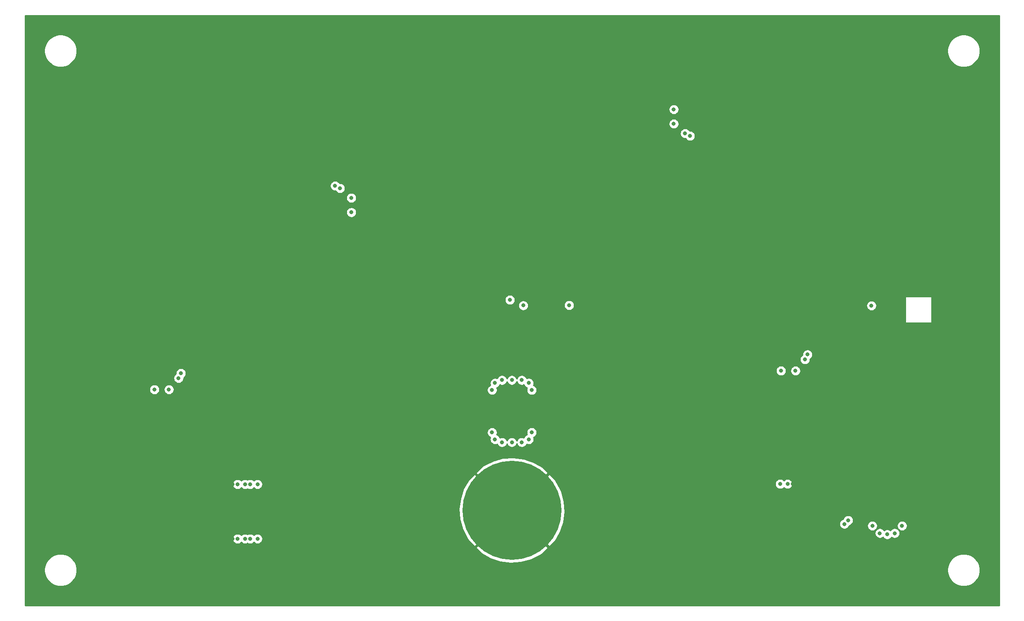
<source format=gbr>
G04 #@! TF.GenerationSoftware,KiCad,Pcbnew,(5.1.5)-3*
G04 #@! TF.CreationDate,2020-05-22T15:31:26-05:00*
G04 #@! TF.ProjectId,Power_Board,506f7765-725f-4426-9f61-72642e6b6963,rev?*
G04 #@! TF.SameCoordinates,Original*
G04 #@! TF.FileFunction,Copper,L4,Bot*
G04 #@! TF.FilePolarity,Positive*
%FSLAX46Y46*%
G04 Gerber Fmt 4.6, Leading zero omitted, Abs format (unit mm)*
G04 Created by KiCad (PCBNEW (5.1.5)-3) date 2020-05-22 15:31:26*
%MOMM*%
%LPD*%
G04 APERTURE LIST*
%ADD10C,20.000000*%
%ADD11C,1.100000*%
%ADD12C,0.800000*%
%ADD13C,0.254000*%
G04 APERTURE END LIST*
D10*
X149089599Y-134502000D03*
D11*
X149089599Y-127002000D03*
X154392899Y-129198700D03*
X156589599Y-134502000D03*
X154392899Y-139805300D03*
X149089599Y-142002000D03*
X143786299Y-139805300D03*
X141589599Y-134502000D03*
X143786299Y-129198700D03*
D12*
X234088240Y-63457520D03*
X234088240Y-61957520D03*
X234838240Y-62707520D03*
X167284640Y-55850220D03*
X167284640Y-54350220D03*
X232930140Y-78904920D03*
X230930140Y-78904920D03*
X223220600Y-63460060D03*
X222470600Y-62710060D03*
X166784640Y-55100220D03*
X223220600Y-61960060D03*
X203393040Y-55443120D03*
X199710040Y-55417720D03*
X188445140Y-43651920D03*
X186445140Y-49651920D03*
X188445140Y-45651920D03*
X184445140Y-47651920D03*
X186445140Y-43651920D03*
X184445140Y-43651920D03*
X186445140Y-47651920D03*
X188445140Y-47651920D03*
X186445140Y-45651920D03*
X184445140Y-45651920D03*
X184445140Y-49651920D03*
X192445140Y-47651920D03*
X192445140Y-43651920D03*
X192445140Y-49651920D03*
X190445140Y-47651920D03*
X190445140Y-45651920D03*
X231930140Y-79154920D03*
X190445140Y-43651920D03*
X192445140Y-45651920D03*
X190445140Y-49651920D03*
X175629000Y-68057460D03*
X188450220Y-59410600D03*
X188445140Y-49651920D03*
X189204600Y-58625740D03*
X187945840Y-58587640D03*
X174879000Y-62735460D03*
X174879000Y-67307460D03*
X175629000Y-66557460D03*
X175629000Y-63485460D03*
X175629000Y-61985460D03*
X185031380Y-58902600D03*
X181747160Y-56466740D03*
X181747160Y-53548280D03*
X79283740Y-124572020D03*
X77783740Y-124572020D03*
X78533740Y-125072020D03*
X67085440Y-103411520D03*
X73085440Y-105411520D03*
X69085440Y-103411520D03*
X71085440Y-107411520D03*
X67085440Y-105411520D03*
X67085440Y-107411520D03*
X71085440Y-105411520D03*
X71085440Y-103411520D03*
X69085440Y-105411520D03*
X69085440Y-107411520D03*
X73085440Y-107411520D03*
X71085440Y-99411520D03*
X67085440Y-99411520D03*
X73085440Y-99411520D03*
X71085440Y-101411520D03*
X69085440Y-101411520D03*
X67085440Y-101411520D03*
X69085440Y-99411520D03*
X73085440Y-101411520D03*
X82844120Y-103406440D03*
X73085440Y-103411520D03*
X82059260Y-102652060D03*
X82021160Y-103910820D03*
X82336120Y-106825280D03*
X81836120Y-107825280D03*
X79900260Y-110109500D03*
X76981800Y-110109500D03*
X203384900Y-106331240D03*
X206303360Y-106331240D03*
X151391620Y-93149420D03*
X160655000Y-93088460D03*
X142519400Y-94460060D03*
X149052280Y-104470200D03*
X153682700Y-104470200D03*
X172211740Y-104572560D03*
X171711740Y-105572560D03*
X172211740Y-106572560D03*
X203690220Y-125005720D03*
X203685140Y-126384940D03*
X216923620Y-149519780D03*
X216173620Y-148769780D03*
X217673620Y-148769780D03*
X224815400Y-139377420D03*
X226315400Y-139127420D03*
X227815400Y-137627420D03*
X223315400Y-139127420D03*
X209476340Y-90883740D03*
X221625160Y-93172280D03*
X213837520Y-99407980D03*
X205687360Y-120793260D03*
X204187360Y-120793260D03*
X204937360Y-121293260D03*
X199488540Y-99633260D03*
X193488540Y-103633260D03*
X197488540Y-101633260D03*
X197488540Y-99633260D03*
X199488540Y-103633260D03*
X195488540Y-97633260D03*
X197488540Y-95633260D03*
X193488540Y-97633260D03*
X195488540Y-95633260D03*
X193488540Y-99633260D03*
X199488540Y-101633260D03*
X195488540Y-99633260D03*
X193488540Y-101633260D03*
X195488540Y-103633260D03*
X199488540Y-95633260D03*
X197488540Y-97633260D03*
X199488540Y-97633260D03*
X197488540Y-103633260D03*
X193488540Y-95633260D03*
X209247220Y-99628180D03*
X208462360Y-98873800D03*
X195488540Y-101633260D03*
X208739220Y-103047020D03*
X208239220Y-104047020D03*
X232978700Y-103994460D03*
X232228700Y-103244460D03*
X232228700Y-104744460D03*
X232978700Y-99422460D03*
X232228700Y-100172460D03*
X232228700Y-98672460D03*
X115316500Y-100233220D03*
X92722880Y-113704680D03*
X87400880Y-114454680D03*
X91972880Y-114454680D03*
X91222880Y-113704680D03*
X88150880Y-113704680D03*
X86650880Y-113704680D03*
X80415880Y-92301560D03*
X127024260Y-139712440D03*
X126274260Y-138962440D03*
X126274260Y-140462440D03*
X184031380Y-58402600D03*
X114421160Y-69481320D03*
X122823540Y-59826460D03*
X123573540Y-60576460D03*
X122823540Y-61326460D03*
X122823540Y-65898460D03*
X123573540Y-65148460D03*
X122823540Y-64398460D03*
X64364300Y-65926400D03*
X63614300Y-65176400D03*
X64364300Y-64426400D03*
X75231940Y-64423860D03*
X75981940Y-65173860D03*
X75231940Y-65923860D03*
X113421160Y-68981320D03*
X131667900Y-72783700D03*
X131167900Y-73533700D03*
X131167900Y-72033700D03*
X66522400Y-48729000D03*
X67522400Y-48979000D03*
X65522400Y-48979000D03*
X110007400Y-78232000D03*
X110002320Y-68473320D03*
X109247940Y-69258180D03*
X110506700Y-69296280D03*
X116705380Y-71417180D03*
X116705380Y-74335640D03*
X98742500Y-72466200D03*
X95059500Y-72440800D03*
X207244700Y-140189700D03*
X204704700Y-129189700D03*
X207244700Y-129189700D03*
X205746100Y-140189700D03*
X203206100Y-129189700D03*
X205746100Y-129189700D03*
X90151200Y-140253200D03*
X88652600Y-140253200D03*
X91192600Y-140253200D03*
X93732600Y-140253200D03*
X96272600Y-140253200D03*
X92691200Y-140253200D03*
X95231200Y-140253200D03*
X97771200Y-140253200D03*
X88652600Y-129253200D03*
X90151200Y-129253200D03*
X97771200Y-129253200D03*
X95231200Y-129253200D03*
X93732600Y-129253200D03*
X92691200Y-129253200D03*
X91192600Y-129253200D03*
X96272600Y-129253200D03*
X129855200Y-113503200D03*
X129355200Y-114503200D03*
X129855200Y-115503200D03*
X168231200Y-114503200D03*
X167731200Y-115503200D03*
X167731200Y-113503200D03*
X112007400Y-78232000D03*
X114007400Y-78232000D03*
X110007400Y-80232000D03*
X112007400Y-80232000D03*
X114007400Y-80232000D03*
X110007400Y-82232000D03*
X112007400Y-82232000D03*
X114007400Y-82232000D03*
X110007400Y-84232000D03*
X112007400Y-84232000D03*
X114007400Y-84232000D03*
X108007400Y-78232000D03*
X106007400Y-78232000D03*
X106007400Y-80232000D03*
X106007400Y-82232000D03*
X106007400Y-84232000D03*
X108007400Y-80232000D03*
X108007400Y-82232000D03*
X108007400Y-84232000D03*
X151089599Y-120770400D03*
X147089599Y-120770400D03*
X145675399Y-120184600D03*
X152503799Y-120184600D03*
X153089599Y-118770400D03*
X145089599Y-118770400D03*
X149089599Y-120770400D03*
X151089599Y-108212000D03*
X147089599Y-108212000D03*
X153089599Y-110212000D03*
X145089599Y-110212000D03*
X149089599Y-108212000D03*
X145675399Y-108797800D03*
X152503799Y-108797800D03*
X161409380Y-95638620D03*
X148709380Y-86951820D03*
X158469940Y-80736060D03*
X159672680Y-80736060D03*
X173172120Y-76609940D03*
X174922120Y-76609940D03*
X171422120Y-76609940D03*
X208424260Y-100132560D03*
X148689060Y-92014040D03*
X216173620Y-137269780D03*
X216923620Y-136519780D03*
X221815400Y-137627420D03*
D13*
G36*
X247404600Y-153747800D02*
G01*
X50874598Y-153747800D01*
X50874598Y-146259257D01*
X54754598Y-146259257D01*
X54754598Y-146906345D01*
X54880838Y-147541000D01*
X55128469Y-148138832D01*
X55487972Y-148676867D01*
X55945532Y-149134427D01*
X56483567Y-149493930D01*
X57081399Y-149741561D01*
X57716054Y-149867801D01*
X58363142Y-149867801D01*
X58997797Y-149741561D01*
X59595629Y-149493930D01*
X60133664Y-149134427D01*
X60591224Y-148676867D01*
X60950727Y-148138832D01*
X61198358Y-147541000D01*
X61324598Y-146906345D01*
X61324598Y-146259257D01*
X236954600Y-146259257D01*
X236954600Y-146906345D01*
X237080840Y-147541000D01*
X237328471Y-148138832D01*
X237687974Y-148676867D01*
X238145534Y-149134427D01*
X238683569Y-149493930D01*
X239281401Y-149741561D01*
X239916056Y-149867801D01*
X240563144Y-149867801D01*
X241197799Y-149741561D01*
X241795631Y-149493930D01*
X242333666Y-149134427D01*
X242791226Y-148676867D01*
X243150729Y-148138832D01*
X243398360Y-147541000D01*
X243524600Y-146906345D01*
X243524600Y-146259257D01*
X243398360Y-145624602D01*
X243150729Y-145026770D01*
X242791226Y-144488735D01*
X242333666Y-144031175D01*
X241795631Y-143671672D01*
X241197799Y-143424041D01*
X240563144Y-143297801D01*
X239916056Y-143297801D01*
X239281401Y-143424041D01*
X238683569Y-143671672D01*
X238145534Y-144031175D01*
X237687974Y-144488735D01*
X237328471Y-145026770D01*
X237080840Y-145624602D01*
X236954600Y-146259257D01*
X61324598Y-146259257D01*
X61198358Y-145624602D01*
X60950727Y-145026770D01*
X60591224Y-144488735D01*
X60133664Y-144031175D01*
X59595629Y-143671672D01*
X58997797Y-143424041D01*
X58363142Y-143297801D01*
X57716054Y-143297801D01*
X57081399Y-143424041D01*
X56483567Y-143671672D01*
X55945532Y-144031175D01*
X55487972Y-144488735D01*
X55128469Y-145026770D01*
X54880838Y-145624602D01*
X54754598Y-146259257D01*
X50874598Y-146259257D01*
X50874598Y-142035475D01*
X141735729Y-142035475D01*
X142911446Y-143221564D01*
X144731260Y-144259318D01*
X146718562Y-144922104D01*
X148796983Y-145184450D01*
X150886648Y-145036277D01*
X152907254Y-144483277D01*
X154781150Y-143546702D01*
X155267752Y-143221564D01*
X156443469Y-142035475D01*
X149089599Y-134681605D01*
X141735729Y-142035475D01*
X50874598Y-142035475D01*
X50874598Y-140151261D01*
X92697600Y-140151261D01*
X92697600Y-140355139D01*
X92737374Y-140555098D01*
X92815395Y-140743456D01*
X92928663Y-140912974D01*
X93072826Y-141057137D01*
X93242344Y-141170405D01*
X93430702Y-141248426D01*
X93630661Y-141288200D01*
X93834539Y-141288200D01*
X94034498Y-141248426D01*
X94222856Y-141170405D01*
X94392374Y-141057137D01*
X94481900Y-140967611D01*
X94571426Y-141057137D01*
X94740944Y-141170405D01*
X94929302Y-141248426D01*
X95129261Y-141288200D01*
X95333139Y-141288200D01*
X95533098Y-141248426D01*
X95721456Y-141170405D01*
X95751900Y-141150063D01*
X95782344Y-141170405D01*
X95970702Y-141248426D01*
X96170661Y-141288200D01*
X96374539Y-141288200D01*
X96574498Y-141248426D01*
X96762856Y-141170405D01*
X96932374Y-141057137D01*
X97021900Y-140967611D01*
X97111426Y-141057137D01*
X97280944Y-141170405D01*
X97469302Y-141248426D01*
X97669261Y-141288200D01*
X97873139Y-141288200D01*
X98073098Y-141248426D01*
X98261456Y-141170405D01*
X98430974Y-141057137D01*
X98575137Y-140912974D01*
X98688405Y-140743456D01*
X98766426Y-140555098D01*
X98806200Y-140355139D01*
X98806200Y-140151261D01*
X98766426Y-139951302D01*
X98688405Y-139762944D01*
X98575137Y-139593426D01*
X98430974Y-139449263D01*
X98261456Y-139335995D01*
X98073098Y-139257974D01*
X97873139Y-139218200D01*
X97669261Y-139218200D01*
X97469302Y-139257974D01*
X97280944Y-139335995D01*
X97111426Y-139449263D01*
X97021900Y-139538789D01*
X96932374Y-139449263D01*
X96762856Y-139335995D01*
X96574498Y-139257974D01*
X96374539Y-139218200D01*
X96170661Y-139218200D01*
X95970702Y-139257974D01*
X95782344Y-139335995D01*
X95751900Y-139356337D01*
X95721456Y-139335995D01*
X95533098Y-139257974D01*
X95333139Y-139218200D01*
X95129261Y-139218200D01*
X94929302Y-139257974D01*
X94740944Y-139335995D01*
X94571426Y-139449263D01*
X94481900Y-139538789D01*
X94392374Y-139449263D01*
X94222856Y-139335995D01*
X94034498Y-139257974D01*
X93834539Y-139218200D01*
X93630661Y-139218200D01*
X93430702Y-139257974D01*
X93242344Y-139335995D01*
X93072826Y-139449263D01*
X92928663Y-139593426D01*
X92815395Y-139762944D01*
X92737374Y-139951302D01*
X92697600Y-140151261D01*
X50874598Y-140151261D01*
X50874598Y-134209384D01*
X138407149Y-134209384D01*
X138555322Y-136299049D01*
X139108322Y-138319655D01*
X140044897Y-140193551D01*
X140370035Y-140680153D01*
X141556124Y-141855870D01*
X148909994Y-134502000D01*
X149269204Y-134502000D01*
X156623074Y-141855870D01*
X157809163Y-140680153D01*
X158752744Y-139025481D01*
X222280400Y-139025481D01*
X222280400Y-139229359D01*
X222320174Y-139429318D01*
X222398195Y-139617676D01*
X222511463Y-139787194D01*
X222655626Y-139931357D01*
X222825144Y-140044625D01*
X223013502Y-140122646D01*
X223213461Y-140162420D01*
X223417339Y-140162420D01*
X223617298Y-140122646D01*
X223805656Y-140044625D01*
X223951372Y-139947261D01*
X224011463Y-140037194D01*
X224155626Y-140181357D01*
X224325144Y-140294625D01*
X224513502Y-140372646D01*
X224713461Y-140412420D01*
X224917339Y-140412420D01*
X225117298Y-140372646D01*
X225305656Y-140294625D01*
X225475174Y-140181357D01*
X225619337Y-140037194D01*
X225679428Y-139947261D01*
X225825144Y-140044625D01*
X226013502Y-140122646D01*
X226213461Y-140162420D01*
X226417339Y-140162420D01*
X226617298Y-140122646D01*
X226805656Y-140044625D01*
X226975174Y-139931357D01*
X227119337Y-139787194D01*
X227232605Y-139617676D01*
X227310626Y-139429318D01*
X227350400Y-139229359D01*
X227350400Y-139025481D01*
X227310626Y-138825522D01*
X227232605Y-138637164D01*
X227119337Y-138467646D01*
X226975174Y-138323483D01*
X226805656Y-138210215D01*
X226617298Y-138132194D01*
X226417339Y-138092420D01*
X226213461Y-138092420D01*
X226013502Y-138132194D01*
X225825144Y-138210215D01*
X225655626Y-138323483D01*
X225511463Y-138467646D01*
X225451372Y-138557579D01*
X225305656Y-138460215D01*
X225117298Y-138382194D01*
X224917339Y-138342420D01*
X224713461Y-138342420D01*
X224513502Y-138382194D01*
X224325144Y-138460215D01*
X224179428Y-138557579D01*
X224119337Y-138467646D01*
X223975174Y-138323483D01*
X223805656Y-138210215D01*
X223617298Y-138132194D01*
X223417339Y-138092420D01*
X223213461Y-138092420D01*
X223013502Y-138132194D01*
X222825144Y-138210215D01*
X222655626Y-138323483D01*
X222511463Y-138467646D01*
X222398195Y-138637164D01*
X222320174Y-138825522D01*
X222280400Y-139025481D01*
X158752744Y-139025481D01*
X158846917Y-138860339D01*
X159411382Y-137167841D01*
X215138620Y-137167841D01*
X215138620Y-137371719D01*
X215178394Y-137571678D01*
X215256415Y-137760036D01*
X215369683Y-137929554D01*
X215513846Y-138073717D01*
X215683364Y-138186985D01*
X215871722Y-138265006D01*
X216071681Y-138304780D01*
X216275559Y-138304780D01*
X216475518Y-138265006D01*
X216663876Y-138186985D01*
X216833394Y-138073717D01*
X216977557Y-137929554D01*
X217090825Y-137760036D01*
X217168846Y-137571678D01*
X217178034Y-137525481D01*
X220780400Y-137525481D01*
X220780400Y-137729359D01*
X220820174Y-137929318D01*
X220898195Y-138117676D01*
X221011463Y-138287194D01*
X221155626Y-138431357D01*
X221325144Y-138544625D01*
X221513502Y-138622646D01*
X221713461Y-138662420D01*
X221917339Y-138662420D01*
X222117298Y-138622646D01*
X222305656Y-138544625D01*
X222475174Y-138431357D01*
X222619337Y-138287194D01*
X222732605Y-138117676D01*
X222810626Y-137929318D01*
X222850400Y-137729359D01*
X222850400Y-137525481D01*
X226780400Y-137525481D01*
X226780400Y-137729359D01*
X226820174Y-137929318D01*
X226898195Y-138117676D01*
X227011463Y-138287194D01*
X227155626Y-138431357D01*
X227325144Y-138544625D01*
X227513502Y-138622646D01*
X227713461Y-138662420D01*
X227917339Y-138662420D01*
X228117298Y-138622646D01*
X228305656Y-138544625D01*
X228475174Y-138431357D01*
X228619337Y-138287194D01*
X228732605Y-138117676D01*
X228810626Y-137929318D01*
X228850400Y-137729359D01*
X228850400Y-137525481D01*
X228810626Y-137325522D01*
X228732605Y-137137164D01*
X228619337Y-136967646D01*
X228475174Y-136823483D01*
X228305656Y-136710215D01*
X228117298Y-136632194D01*
X227917339Y-136592420D01*
X227713461Y-136592420D01*
X227513502Y-136632194D01*
X227325144Y-136710215D01*
X227155626Y-136823483D01*
X227011463Y-136967646D01*
X226898195Y-137137164D01*
X226820174Y-137325522D01*
X226780400Y-137525481D01*
X222850400Y-137525481D01*
X222810626Y-137325522D01*
X222732605Y-137137164D01*
X222619337Y-136967646D01*
X222475174Y-136823483D01*
X222305656Y-136710215D01*
X222117298Y-136632194D01*
X221917339Y-136592420D01*
X221713461Y-136592420D01*
X221513502Y-136632194D01*
X221325144Y-136710215D01*
X221155626Y-136823483D01*
X221011463Y-136967646D01*
X220898195Y-137137164D01*
X220820174Y-137325522D01*
X220780400Y-137525481D01*
X217178034Y-137525481D01*
X217178248Y-137524408D01*
X217225518Y-137515006D01*
X217413876Y-137436985D01*
X217583394Y-137323717D01*
X217727557Y-137179554D01*
X217840825Y-137010036D01*
X217918846Y-136821678D01*
X217958620Y-136621719D01*
X217958620Y-136417841D01*
X217918846Y-136217882D01*
X217840825Y-136029524D01*
X217727557Y-135860006D01*
X217583394Y-135715843D01*
X217413876Y-135602575D01*
X217225518Y-135524554D01*
X217025559Y-135484780D01*
X216821681Y-135484780D01*
X216621722Y-135524554D01*
X216433364Y-135602575D01*
X216263846Y-135715843D01*
X216119683Y-135860006D01*
X216006415Y-136029524D01*
X215928394Y-136217882D01*
X215918992Y-136265152D01*
X215871722Y-136274554D01*
X215683364Y-136352575D01*
X215513846Y-136465843D01*
X215369683Y-136610006D01*
X215256415Y-136779524D01*
X215178394Y-136967882D01*
X215138620Y-137167841D01*
X159411382Y-137167841D01*
X159509703Y-136873037D01*
X159772049Y-134794616D01*
X159623876Y-132704951D01*
X159070876Y-130684345D01*
X158272902Y-129087761D01*
X202171100Y-129087761D01*
X202171100Y-129291639D01*
X202210874Y-129491598D01*
X202288895Y-129679956D01*
X202402163Y-129849474D01*
X202546326Y-129993637D01*
X202715844Y-130106905D01*
X202904202Y-130184926D01*
X203104161Y-130224700D01*
X203308039Y-130224700D01*
X203507998Y-130184926D01*
X203696356Y-130106905D01*
X203865874Y-129993637D01*
X203955400Y-129904111D01*
X204044926Y-129993637D01*
X204214444Y-130106905D01*
X204402802Y-130184926D01*
X204602761Y-130224700D01*
X204806639Y-130224700D01*
X205006598Y-130184926D01*
X205194956Y-130106905D01*
X205364474Y-129993637D01*
X205508637Y-129849474D01*
X205621905Y-129679956D01*
X205699926Y-129491598D01*
X205739700Y-129291639D01*
X205739700Y-129087761D01*
X205699926Y-128887802D01*
X205621905Y-128699444D01*
X205508637Y-128529926D01*
X205364474Y-128385763D01*
X205194956Y-128272495D01*
X205006598Y-128194474D01*
X204806639Y-128154700D01*
X204602761Y-128154700D01*
X204402802Y-128194474D01*
X204214444Y-128272495D01*
X204044926Y-128385763D01*
X203955400Y-128475289D01*
X203865874Y-128385763D01*
X203696356Y-128272495D01*
X203507998Y-128194474D01*
X203308039Y-128154700D01*
X203104161Y-128154700D01*
X202904202Y-128194474D01*
X202715844Y-128272495D01*
X202546326Y-128385763D01*
X202402163Y-128529926D01*
X202288895Y-128699444D01*
X202210874Y-128887802D01*
X202171100Y-129087761D01*
X158272902Y-129087761D01*
X158134301Y-128810449D01*
X157809163Y-128323847D01*
X156623074Y-127148130D01*
X149269204Y-134502000D01*
X148909994Y-134502000D01*
X141556124Y-127148130D01*
X140370035Y-128323847D01*
X139332281Y-130143661D01*
X138669495Y-132130963D01*
X138407149Y-134209384D01*
X50874598Y-134209384D01*
X50874598Y-129151261D01*
X92697600Y-129151261D01*
X92697600Y-129355139D01*
X92737374Y-129555098D01*
X92815395Y-129743456D01*
X92928663Y-129912974D01*
X93072826Y-130057137D01*
X93242344Y-130170405D01*
X93430702Y-130248426D01*
X93630661Y-130288200D01*
X93834539Y-130288200D01*
X94034498Y-130248426D01*
X94222856Y-130170405D01*
X94392374Y-130057137D01*
X94481900Y-129967611D01*
X94571426Y-130057137D01*
X94740944Y-130170405D01*
X94929302Y-130248426D01*
X95129261Y-130288200D01*
X95333139Y-130288200D01*
X95533098Y-130248426D01*
X95721456Y-130170405D01*
X95751900Y-130150063D01*
X95782344Y-130170405D01*
X95970702Y-130248426D01*
X96170661Y-130288200D01*
X96374539Y-130288200D01*
X96574498Y-130248426D01*
X96762856Y-130170405D01*
X96932374Y-130057137D01*
X97021900Y-129967611D01*
X97111426Y-130057137D01*
X97280944Y-130170405D01*
X97469302Y-130248426D01*
X97669261Y-130288200D01*
X97873139Y-130288200D01*
X98073098Y-130248426D01*
X98261456Y-130170405D01*
X98430974Y-130057137D01*
X98575137Y-129912974D01*
X98688405Y-129743456D01*
X98766426Y-129555098D01*
X98806200Y-129355139D01*
X98806200Y-129151261D01*
X98766426Y-128951302D01*
X98688405Y-128762944D01*
X98575137Y-128593426D01*
X98430974Y-128449263D01*
X98261456Y-128335995D01*
X98073098Y-128257974D01*
X97873139Y-128218200D01*
X97669261Y-128218200D01*
X97469302Y-128257974D01*
X97280944Y-128335995D01*
X97111426Y-128449263D01*
X97021900Y-128538789D01*
X96932374Y-128449263D01*
X96762856Y-128335995D01*
X96574498Y-128257974D01*
X96374539Y-128218200D01*
X96170661Y-128218200D01*
X95970702Y-128257974D01*
X95782344Y-128335995D01*
X95751900Y-128356337D01*
X95721456Y-128335995D01*
X95533098Y-128257974D01*
X95333139Y-128218200D01*
X95129261Y-128218200D01*
X94929302Y-128257974D01*
X94740944Y-128335995D01*
X94571426Y-128449263D01*
X94481900Y-128538789D01*
X94392374Y-128449263D01*
X94222856Y-128335995D01*
X94034498Y-128257974D01*
X93834539Y-128218200D01*
X93630661Y-128218200D01*
X93430702Y-128257974D01*
X93242344Y-128335995D01*
X93072826Y-128449263D01*
X92928663Y-128593426D01*
X92815395Y-128762944D01*
X92737374Y-128951302D01*
X92697600Y-129151261D01*
X50874598Y-129151261D01*
X50874598Y-126968525D01*
X141735729Y-126968525D01*
X149089599Y-134322395D01*
X156443469Y-126968525D01*
X155267752Y-125782436D01*
X153447938Y-124744682D01*
X151460636Y-124081896D01*
X149382215Y-123819550D01*
X147292550Y-123967723D01*
X145271944Y-124520723D01*
X143398048Y-125457298D01*
X142911446Y-125782436D01*
X141735729Y-126968525D01*
X50874598Y-126968525D01*
X50874598Y-118668461D01*
X144054599Y-118668461D01*
X144054599Y-118872339D01*
X144094373Y-119072298D01*
X144172394Y-119260656D01*
X144285662Y-119430174D01*
X144429825Y-119574337D01*
X144599343Y-119687605D01*
X144737313Y-119744755D01*
X144680173Y-119882702D01*
X144640399Y-120082661D01*
X144640399Y-120286539D01*
X144680173Y-120486498D01*
X144758194Y-120674856D01*
X144871462Y-120844374D01*
X145015625Y-120988537D01*
X145185143Y-121101805D01*
X145373501Y-121179826D01*
X145573460Y-121219600D01*
X145777338Y-121219600D01*
X145977297Y-121179826D01*
X146115244Y-121122686D01*
X146172394Y-121260656D01*
X146285662Y-121430174D01*
X146429825Y-121574337D01*
X146599343Y-121687605D01*
X146787701Y-121765626D01*
X146987660Y-121805400D01*
X147191538Y-121805400D01*
X147391497Y-121765626D01*
X147579855Y-121687605D01*
X147749373Y-121574337D01*
X147893536Y-121430174D01*
X148006804Y-121260656D01*
X148084825Y-121072298D01*
X148089599Y-121048297D01*
X148094373Y-121072298D01*
X148172394Y-121260656D01*
X148285662Y-121430174D01*
X148429825Y-121574337D01*
X148599343Y-121687605D01*
X148787701Y-121765626D01*
X148987660Y-121805400D01*
X149191538Y-121805400D01*
X149391497Y-121765626D01*
X149579855Y-121687605D01*
X149749373Y-121574337D01*
X149893536Y-121430174D01*
X150006804Y-121260656D01*
X150084825Y-121072298D01*
X150089599Y-121048297D01*
X150094373Y-121072298D01*
X150172394Y-121260656D01*
X150285662Y-121430174D01*
X150429825Y-121574337D01*
X150599343Y-121687605D01*
X150787701Y-121765626D01*
X150987660Y-121805400D01*
X151191538Y-121805400D01*
X151391497Y-121765626D01*
X151579855Y-121687605D01*
X151749373Y-121574337D01*
X151893536Y-121430174D01*
X152006804Y-121260656D01*
X152063954Y-121122686D01*
X152201901Y-121179826D01*
X152401860Y-121219600D01*
X152605738Y-121219600D01*
X152805697Y-121179826D01*
X152994055Y-121101805D01*
X153163573Y-120988537D01*
X153307736Y-120844374D01*
X153421004Y-120674856D01*
X153499025Y-120486498D01*
X153538799Y-120286539D01*
X153538799Y-120082661D01*
X153499025Y-119882702D01*
X153441885Y-119744755D01*
X153579855Y-119687605D01*
X153749373Y-119574337D01*
X153893536Y-119430174D01*
X154006804Y-119260656D01*
X154084825Y-119072298D01*
X154124599Y-118872339D01*
X154124599Y-118668461D01*
X154084825Y-118468502D01*
X154006804Y-118280144D01*
X153893536Y-118110626D01*
X153749373Y-117966463D01*
X153579855Y-117853195D01*
X153391497Y-117775174D01*
X153191538Y-117735400D01*
X152987660Y-117735400D01*
X152787701Y-117775174D01*
X152599343Y-117853195D01*
X152429825Y-117966463D01*
X152285662Y-118110626D01*
X152172394Y-118280144D01*
X152094373Y-118468502D01*
X152054599Y-118668461D01*
X152054599Y-118872339D01*
X152094373Y-119072298D01*
X152151513Y-119210245D01*
X152013543Y-119267395D01*
X151844025Y-119380663D01*
X151699862Y-119524826D01*
X151586594Y-119694344D01*
X151529444Y-119832314D01*
X151391497Y-119775174D01*
X151191538Y-119735400D01*
X150987660Y-119735400D01*
X150787701Y-119775174D01*
X150599343Y-119853195D01*
X150429825Y-119966463D01*
X150285662Y-120110626D01*
X150172394Y-120280144D01*
X150094373Y-120468502D01*
X150089599Y-120492503D01*
X150084825Y-120468502D01*
X150006804Y-120280144D01*
X149893536Y-120110626D01*
X149749373Y-119966463D01*
X149579855Y-119853195D01*
X149391497Y-119775174D01*
X149191538Y-119735400D01*
X148987660Y-119735400D01*
X148787701Y-119775174D01*
X148599343Y-119853195D01*
X148429825Y-119966463D01*
X148285662Y-120110626D01*
X148172394Y-120280144D01*
X148094373Y-120468502D01*
X148089599Y-120492503D01*
X148084825Y-120468502D01*
X148006804Y-120280144D01*
X147893536Y-120110626D01*
X147749373Y-119966463D01*
X147579855Y-119853195D01*
X147391497Y-119775174D01*
X147191538Y-119735400D01*
X146987660Y-119735400D01*
X146787701Y-119775174D01*
X146649754Y-119832314D01*
X146592604Y-119694344D01*
X146479336Y-119524826D01*
X146335173Y-119380663D01*
X146165655Y-119267395D01*
X146027685Y-119210245D01*
X146084825Y-119072298D01*
X146124599Y-118872339D01*
X146124599Y-118668461D01*
X146084825Y-118468502D01*
X146006804Y-118280144D01*
X145893536Y-118110626D01*
X145749373Y-117966463D01*
X145579855Y-117853195D01*
X145391497Y-117775174D01*
X145191538Y-117735400D01*
X144987660Y-117735400D01*
X144787701Y-117775174D01*
X144599343Y-117853195D01*
X144429825Y-117966463D01*
X144285662Y-118110626D01*
X144172394Y-118280144D01*
X144094373Y-118468502D01*
X144054599Y-118668461D01*
X50874598Y-118668461D01*
X50874598Y-110007561D01*
X75946800Y-110007561D01*
X75946800Y-110211439D01*
X75986574Y-110411398D01*
X76064595Y-110599756D01*
X76177863Y-110769274D01*
X76322026Y-110913437D01*
X76491544Y-111026705D01*
X76679902Y-111104726D01*
X76879861Y-111144500D01*
X77083739Y-111144500D01*
X77283698Y-111104726D01*
X77472056Y-111026705D01*
X77641574Y-110913437D01*
X77785737Y-110769274D01*
X77899005Y-110599756D01*
X77977026Y-110411398D01*
X78016800Y-110211439D01*
X78016800Y-110007561D01*
X78865260Y-110007561D01*
X78865260Y-110211439D01*
X78905034Y-110411398D01*
X78983055Y-110599756D01*
X79096323Y-110769274D01*
X79240486Y-110913437D01*
X79410004Y-111026705D01*
X79598362Y-111104726D01*
X79798321Y-111144500D01*
X80002199Y-111144500D01*
X80202158Y-111104726D01*
X80390516Y-111026705D01*
X80560034Y-110913437D01*
X80704197Y-110769274D01*
X80817465Y-110599756D01*
X80895486Y-110411398D01*
X80935260Y-110211439D01*
X80935260Y-110110061D01*
X144054599Y-110110061D01*
X144054599Y-110313939D01*
X144094373Y-110513898D01*
X144172394Y-110702256D01*
X144285662Y-110871774D01*
X144429825Y-111015937D01*
X144599343Y-111129205D01*
X144787701Y-111207226D01*
X144987660Y-111247000D01*
X145191538Y-111247000D01*
X145391497Y-111207226D01*
X145579855Y-111129205D01*
X145749373Y-111015937D01*
X145893536Y-110871774D01*
X146006804Y-110702256D01*
X146084825Y-110513898D01*
X146124599Y-110313939D01*
X146124599Y-110110061D01*
X146084825Y-109910102D01*
X146027685Y-109772155D01*
X146165655Y-109715005D01*
X146335173Y-109601737D01*
X146479336Y-109457574D01*
X146592604Y-109288056D01*
X146649754Y-109150086D01*
X146787701Y-109207226D01*
X146987660Y-109247000D01*
X147191538Y-109247000D01*
X147391497Y-109207226D01*
X147579855Y-109129205D01*
X147749373Y-109015937D01*
X147893536Y-108871774D01*
X148006804Y-108702256D01*
X148084825Y-108513898D01*
X148089599Y-108489897D01*
X148094373Y-108513898D01*
X148172394Y-108702256D01*
X148285662Y-108871774D01*
X148429825Y-109015937D01*
X148599343Y-109129205D01*
X148787701Y-109207226D01*
X148987660Y-109247000D01*
X149191538Y-109247000D01*
X149391497Y-109207226D01*
X149579855Y-109129205D01*
X149749373Y-109015937D01*
X149893536Y-108871774D01*
X150006804Y-108702256D01*
X150084825Y-108513898D01*
X150089599Y-108489897D01*
X150094373Y-108513898D01*
X150172394Y-108702256D01*
X150285662Y-108871774D01*
X150429825Y-109015937D01*
X150599343Y-109129205D01*
X150787701Y-109207226D01*
X150987660Y-109247000D01*
X151191538Y-109247000D01*
X151391497Y-109207226D01*
X151529444Y-109150086D01*
X151586594Y-109288056D01*
X151699862Y-109457574D01*
X151844025Y-109601737D01*
X152013543Y-109715005D01*
X152151513Y-109772155D01*
X152094373Y-109910102D01*
X152054599Y-110110061D01*
X152054599Y-110313939D01*
X152094373Y-110513898D01*
X152172394Y-110702256D01*
X152285662Y-110871774D01*
X152429825Y-111015937D01*
X152599343Y-111129205D01*
X152787701Y-111207226D01*
X152987660Y-111247000D01*
X153191538Y-111247000D01*
X153391497Y-111207226D01*
X153579855Y-111129205D01*
X153749373Y-111015937D01*
X153893536Y-110871774D01*
X154006804Y-110702256D01*
X154084825Y-110513898D01*
X154124599Y-110313939D01*
X154124599Y-110110061D01*
X154084825Y-109910102D01*
X154006804Y-109721744D01*
X153893536Y-109552226D01*
X153749373Y-109408063D01*
X153579855Y-109294795D01*
X153441885Y-109237645D01*
X153499025Y-109099698D01*
X153538799Y-108899739D01*
X153538799Y-108695861D01*
X153499025Y-108495902D01*
X153421004Y-108307544D01*
X153307736Y-108138026D01*
X153163573Y-107993863D01*
X152994055Y-107880595D01*
X152805697Y-107802574D01*
X152605738Y-107762800D01*
X152401860Y-107762800D01*
X152201901Y-107802574D01*
X152063954Y-107859714D01*
X152006804Y-107721744D01*
X151893536Y-107552226D01*
X151749373Y-107408063D01*
X151579855Y-107294795D01*
X151391497Y-107216774D01*
X151191538Y-107177000D01*
X150987660Y-107177000D01*
X150787701Y-107216774D01*
X150599343Y-107294795D01*
X150429825Y-107408063D01*
X150285662Y-107552226D01*
X150172394Y-107721744D01*
X150094373Y-107910102D01*
X150089599Y-107934103D01*
X150084825Y-107910102D01*
X150006804Y-107721744D01*
X149893536Y-107552226D01*
X149749373Y-107408063D01*
X149579855Y-107294795D01*
X149391497Y-107216774D01*
X149191538Y-107177000D01*
X148987660Y-107177000D01*
X148787701Y-107216774D01*
X148599343Y-107294795D01*
X148429825Y-107408063D01*
X148285662Y-107552226D01*
X148172394Y-107721744D01*
X148094373Y-107910102D01*
X148089599Y-107934103D01*
X148084825Y-107910102D01*
X148006804Y-107721744D01*
X147893536Y-107552226D01*
X147749373Y-107408063D01*
X147579855Y-107294795D01*
X147391497Y-107216774D01*
X147191538Y-107177000D01*
X146987660Y-107177000D01*
X146787701Y-107216774D01*
X146599343Y-107294795D01*
X146429825Y-107408063D01*
X146285662Y-107552226D01*
X146172394Y-107721744D01*
X146115244Y-107859714D01*
X145977297Y-107802574D01*
X145777338Y-107762800D01*
X145573460Y-107762800D01*
X145373501Y-107802574D01*
X145185143Y-107880595D01*
X145015625Y-107993863D01*
X144871462Y-108138026D01*
X144758194Y-108307544D01*
X144680173Y-108495902D01*
X144640399Y-108695861D01*
X144640399Y-108899739D01*
X144680173Y-109099698D01*
X144737313Y-109237645D01*
X144599343Y-109294795D01*
X144429825Y-109408063D01*
X144285662Y-109552226D01*
X144172394Y-109721744D01*
X144094373Y-109910102D01*
X144054599Y-110110061D01*
X80935260Y-110110061D01*
X80935260Y-110007561D01*
X80895486Y-109807602D01*
X80817465Y-109619244D01*
X80704197Y-109449726D01*
X80560034Y-109305563D01*
X80390516Y-109192295D01*
X80202158Y-109114274D01*
X80002199Y-109074500D01*
X79798321Y-109074500D01*
X79598362Y-109114274D01*
X79410004Y-109192295D01*
X79240486Y-109305563D01*
X79096323Y-109449726D01*
X78983055Y-109619244D01*
X78905034Y-109807602D01*
X78865260Y-110007561D01*
X78016800Y-110007561D01*
X77977026Y-109807602D01*
X77899005Y-109619244D01*
X77785737Y-109449726D01*
X77641574Y-109305563D01*
X77472056Y-109192295D01*
X77283698Y-109114274D01*
X77083739Y-109074500D01*
X76879861Y-109074500D01*
X76679902Y-109114274D01*
X76491544Y-109192295D01*
X76322026Y-109305563D01*
X76177863Y-109449726D01*
X76064595Y-109619244D01*
X75986574Y-109807602D01*
X75946800Y-110007561D01*
X50874598Y-110007561D01*
X50874598Y-107723341D01*
X80801120Y-107723341D01*
X80801120Y-107927219D01*
X80840894Y-108127178D01*
X80918915Y-108315536D01*
X81032183Y-108485054D01*
X81176346Y-108629217D01*
X81345864Y-108742485D01*
X81534222Y-108820506D01*
X81734181Y-108860280D01*
X81938059Y-108860280D01*
X82138018Y-108820506D01*
X82326376Y-108742485D01*
X82495894Y-108629217D01*
X82640057Y-108485054D01*
X82753325Y-108315536D01*
X82831346Y-108127178D01*
X82871120Y-107927219D01*
X82871120Y-107723341D01*
X82869232Y-107713850D01*
X82995894Y-107629217D01*
X83140057Y-107485054D01*
X83253325Y-107315536D01*
X83331346Y-107127178D01*
X83371120Y-106927219D01*
X83371120Y-106723341D01*
X83331346Y-106523382D01*
X83253325Y-106335024D01*
X83182684Y-106229301D01*
X202349900Y-106229301D01*
X202349900Y-106433179D01*
X202389674Y-106633138D01*
X202467695Y-106821496D01*
X202580963Y-106991014D01*
X202725126Y-107135177D01*
X202894644Y-107248445D01*
X203083002Y-107326466D01*
X203282961Y-107366240D01*
X203486839Y-107366240D01*
X203686798Y-107326466D01*
X203875156Y-107248445D01*
X204044674Y-107135177D01*
X204188837Y-106991014D01*
X204302105Y-106821496D01*
X204380126Y-106633138D01*
X204419900Y-106433179D01*
X204419900Y-106229301D01*
X205268360Y-106229301D01*
X205268360Y-106433179D01*
X205308134Y-106633138D01*
X205386155Y-106821496D01*
X205499423Y-106991014D01*
X205643586Y-107135177D01*
X205813104Y-107248445D01*
X206001462Y-107326466D01*
X206201421Y-107366240D01*
X206405299Y-107366240D01*
X206605258Y-107326466D01*
X206793616Y-107248445D01*
X206963134Y-107135177D01*
X207107297Y-106991014D01*
X207220565Y-106821496D01*
X207298586Y-106633138D01*
X207338360Y-106433179D01*
X207338360Y-106229301D01*
X207298586Y-106029342D01*
X207220565Y-105840984D01*
X207107297Y-105671466D01*
X206963134Y-105527303D01*
X206793616Y-105414035D01*
X206605258Y-105336014D01*
X206405299Y-105296240D01*
X206201421Y-105296240D01*
X206001462Y-105336014D01*
X205813104Y-105414035D01*
X205643586Y-105527303D01*
X205499423Y-105671466D01*
X205386155Y-105840984D01*
X205308134Y-106029342D01*
X205268360Y-106229301D01*
X204419900Y-106229301D01*
X204380126Y-106029342D01*
X204302105Y-105840984D01*
X204188837Y-105671466D01*
X204044674Y-105527303D01*
X203875156Y-105414035D01*
X203686798Y-105336014D01*
X203486839Y-105296240D01*
X203282961Y-105296240D01*
X203083002Y-105336014D01*
X202894644Y-105414035D01*
X202725126Y-105527303D01*
X202580963Y-105671466D01*
X202467695Y-105840984D01*
X202389674Y-106029342D01*
X202349900Y-106229301D01*
X83182684Y-106229301D01*
X83140057Y-106165506D01*
X82995894Y-106021343D01*
X82826376Y-105908075D01*
X82638018Y-105830054D01*
X82438059Y-105790280D01*
X82234181Y-105790280D01*
X82034222Y-105830054D01*
X81845864Y-105908075D01*
X81676346Y-106021343D01*
X81532183Y-106165506D01*
X81418915Y-106335024D01*
X81340894Y-106523382D01*
X81301120Y-106723341D01*
X81301120Y-106927219D01*
X81303008Y-106936710D01*
X81176346Y-107021343D01*
X81032183Y-107165506D01*
X80918915Y-107335024D01*
X80840894Y-107523382D01*
X80801120Y-107723341D01*
X50874598Y-107723341D01*
X50874598Y-103945081D01*
X207204220Y-103945081D01*
X207204220Y-104148959D01*
X207243994Y-104348918D01*
X207322015Y-104537276D01*
X207435283Y-104706794D01*
X207579446Y-104850957D01*
X207748964Y-104964225D01*
X207937322Y-105042246D01*
X208137281Y-105082020D01*
X208341159Y-105082020D01*
X208541118Y-105042246D01*
X208729476Y-104964225D01*
X208898994Y-104850957D01*
X209043157Y-104706794D01*
X209156425Y-104537276D01*
X209234446Y-104348918D01*
X209274220Y-104148959D01*
X209274220Y-103945081D01*
X209272332Y-103935590D01*
X209398994Y-103850957D01*
X209543157Y-103706794D01*
X209656425Y-103537276D01*
X209734446Y-103348918D01*
X209774220Y-103148959D01*
X209774220Y-102945081D01*
X209734446Y-102745122D01*
X209656425Y-102556764D01*
X209543157Y-102387246D01*
X209398994Y-102243083D01*
X209229476Y-102129815D01*
X209041118Y-102051794D01*
X208841159Y-102012020D01*
X208637281Y-102012020D01*
X208437322Y-102051794D01*
X208248964Y-102129815D01*
X208079446Y-102243083D01*
X207935283Y-102387246D01*
X207822015Y-102556764D01*
X207743994Y-102745122D01*
X207704220Y-102945081D01*
X207704220Y-103148959D01*
X207706108Y-103158450D01*
X207579446Y-103243083D01*
X207435283Y-103387246D01*
X207322015Y-103556764D01*
X207243994Y-103745122D01*
X207204220Y-103945081D01*
X50874598Y-103945081D01*
X50874598Y-91912101D01*
X147654060Y-91912101D01*
X147654060Y-92115979D01*
X147693834Y-92315938D01*
X147771855Y-92504296D01*
X147885123Y-92673814D01*
X148029286Y-92817977D01*
X148198804Y-92931245D01*
X148387162Y-93009266D01*
X148587121Y-93049040D01*
X148790999Y-93049040D01*
X148798836Y-93047481D01*
X150356620Y-93047481D01*
X150356620Y-93251359D01*
X150396394Y-93451318D01*
X150474415Y-93639676D01*
X150587683Y-93809194D01*
X150731846Y-93953357D01*
X150901364Y-94066625D01*
X151089722Y-94144646D01*
X151289681Y-94184420D01*
X151493559Y-94184420D01*
X151693518Y-94144646D01*
X151881876Y-94066625D01*
X152051394Y-93953357D01*
X152195557Y-93809194D01*
X152308825Y-93639676D01*
X152386846Y-93451318D01*
X152426620Y-93251359D01*
X152426620Y-93047481D01*
X152414495Y-92986521D01*
X159620000Y-92986521D01*
X159620000Y-93190399D01*
X159659774Y-93390358D01*
X159737795Y-93578716D01*
X159851063Y-93748234D01*
X159995226Y-93892397D01*
X160164744Y-94005665D01*
X160353102Y-94083686D01*
X160553061Y-94123460D01*
X160756939Y-94123460D01*
X160956898Y-94083686D01*
X161145256Y-94005665D01*
X161314774Y-93892397D01*
X161458937Y-93748234D01*
X161572205Y-93578716D01*
X161650226Y-93390358D01*
X161690000Y-93190399D01*
X161690000Y-93070341D01*
X220590160Y-93070341D01*
X220590160Y-93274219D01*
X220629934Y-93474178D01*
X220707955Y-93662536D01*
X220821223Y-93832054D01*
X220965386Y-93976217D01*
X221134904Y-94089485D01*
X221323262Y-94167506D01*
X221523221Y-94207280D01*
X221727099Y-94207280D01*
X221927058Y-94167506D01*
X222115416Y-94089485D01*
X222284934Y-93976217D01*
X222429097Y-93832054D01*
X222542365Y-93662536D01*
X222620386Y-93474178D01*
X222660160Y-93274219D01*
X222660160Y-93070341D01*
X222620386Y-92870382D01*
X222542365Y-92682024D01*
X222429097Y-92512506D01*
X222284934Y-92368343D01*
X222115416Y-92255075D01*
X221927058Y-92177054D01*
X221727099Y-92137280D01*
X221523221Y-92137280D01*
X221323262Y-92177054D01*
X221134904Y-92255075D01*
X220965386Y-92368343D01*
X220821223Y-92512506D01*
X220707955Y-92682024D01*
X220629934Y-92870382D01*
X220590160Y-93070341D01*
X161690000Y-93070341D01*
X161690000Y-92986521D01*
X161650226Y-92786562D01*
X161572205Y-92598204D01*
X161458937Y-92428686D01*
X161314774Y-92284523D01*
X161145256Y-92171255D01*
X160956898Y-92093234D01*
X160756939Y-92053460D01*
X160553061Y-92053460D01*
X160353102Y-92093234D01*
X160164744Y-92171255D01*
X159995226Y-92284523D01*
X159851063Y-92428686D01*
X159737795Y-92598204D01*
X159659774Y-92786562D01*
X159620000Y-92986521D01*
X152414495Y-92986521D01*
X152386846Y-92847522D01*
X152308825Y-92659164D01*
X152195557Y-92489646D01*
X152051394Y-92345483D01*
X151881876Y-92232215D01*
X151693518Y-92154194D01*
X151493559Y-92114420D01*
X151289681Y-92114420D01*
X151089722Y-92154194D01*
X150901364Y-92232215D01*
X150731846Y-92345483D01*
X150587683Y-92489646D01*
X150474415Y-92659164D01*
X150396394Y-92847522D01*
X150356620Y-93047481D01*
X148798836Y-93047481D01*
X148990958Y-93009266D01*
X149179316Y-92931245D01*
X149348834Y-92817977D01*
X149492997Y-92673814D01*
X149606265Y-92504296D01*
X149684286Y-92315938D01*
X149724060Y-92115979D01*
X149724060Y-91912101D01*
X149684286Y-91712142D01*
X149606265Y-91523784D01*
X149550283Y-91440000D01*
X228473000Y-91440000D01*
X228473000Y-96520000D01*
X228475440Y-96544776D01*
X228482667Y-96568601D01*
X228494403Y-96590557D01*
X228510197Y-96609803D01*
X228529443Y-96625597D01*
X228551399Y-96637333D01*
X228575224Y-96644560D01*
X228600000Y-96647000D01*
X233680000Y-96647000D01*
X233704776Y-96644560D01*
X233728601Y-96637333D01*
X233750557Y-96625597D01*
X233769803Y-96609803D01*
X233785597Y-96590557D01*
X233797333Y-96568601D01*
X233804560Y-96544776D01*
X233807000Y-96520000D01*
X233807000Y-91440000D01*
X233804560Y-91415224D01*
X233797333Y-91391399D01*
X233785597Y-91369443D01*
X233769803Y-91350197D01*
X233750557Y-91334403D01*
X233728601Y-91322667D01*
X233704776Y-91315440D01*
X233680000Y-91313000D01*
X228600000Y-91313000D01*
X228575224Y-91315440D01*
X228551399Y-91322667D01*
X228529443Y-91334403D01*
X228510197Y-91350197D01*
X228494403Y-91369443D01*
X228482667Y-91391399D01*
X228475440Y-91415224D01*
X228473000Y-91440000D01*
X149550283Y-91440000D01*
X149492997Y-91354266D01*
X149348834Y-91210103D01*
X149179316Y-91096835D01*
X148990958Y-91018814D01*
X148790999Y-90979040D01*
X148587121Y-90979040D01*
X148387162Y-91018814D01*
X148198804Y-91096835D01*
X148029286Y-91210103D01*
X147885123Y-91354266D01*
X147771855Y-91523784D01*
X147693834Y-91712142D01*
X147654060Y-91912101D01*
X50874598Y-91912101D01*
X50874598Y-74233701D01*
X115670380Y-74233701D01*
X115670380Y-74437579D01*
X115710154Y-74637538D01*
X115788175Y-74825896D01*
X115901443Y-74995414D01*
X116045606Y-75139577D01*
X116215124Y-75252845D01*
X116403482Y-75330866D01*
X116603441Y-75370640D01*
X116807319Y-75370640D01*
X117007278Y-75330866D01*
X117195636Y-75252845D01*
X117365154Y-75139577D01*
X117509317Y-74995414D01*
X117622585Y-74825896D01*
X117700606Y-74637538D01*
X117740380Y-74437579D01*
X117740380Y-74233701D01*
X117700606Y-74033742D01*
X117622585Y-73845384D01*
X117509317Y-73675866D01*
X117365154Y-73531703D01*
X117195636Y-73418435D01*
X117007278Y-73340414D01*
X116807319Y-73300640D01*
X116603441Y-73300640D01*
X116403482Y-73340414D01*
X116215124Y-73418435D01*
X116045606Y-73531703D01*
X115901443Y-73675866D01*
X115788175Y-73845384D01*
X115710154Y-74033742D01*
X115670380Y-74233701D01*
X50874598Y-74233701D01*
X50874598Y-71315241D01*
X115670380Y-71315241D01*
X115670380Y-71519119D01*
X115710154Y-71719078D01*
X115788175Y-71907436D01*
X115901443Y-72076954D01*
X116045606Y-72221117D01*
X116215124Y-72334385D01*
X116403482Y-72412406D01*
X116603441Y-72452180D01*
X116807319Y-72452180D01*
X117007278Y-72412406D01*
X117195636Y-72334385D01*
X117365154Y-72221117D01*
X117509317Y-72076954D01*
X117622585Y-71907436D01*
X117700606Y-71719078D01*
X117740380Y-71519119D01*
X117740380Y-71315241D01*
X117700606Y-71115282D01*
X117622585Y-70926924D01*
X117509317Y-70757406D01*
X117365154Y-70613243D01*
X117195636Y-70499975D01*
X117007278Y-70421954D01*
X116807319Y-70382180D01*
X116603441Y-70382180D01*
X116403482Y-70421954D01*
X116215124Y-70499975D01*
X116045606Y-70613243D01*
X115901443Y-70757406D01*
X115788175Y-70926924D01*
X115710154Y-71115282D01*
X115670380Y-71315241D01*
X50874598Y-71315241D01*
X50874598Y-68879381D01*
X112386160Y-68879381D01*
X112386160Y-69083259D01*
X112425934Y-69283218D01*
X112503955Y-69471576D01*
X112617223Y-69641094D01*
X112761386Y-69785257D01*
X112930904Y-69898525D01*
X113119262Y-69976546D01*
X113319221Y-70016320D01*
X113523099Y-70016320D01*
X113532590Y-70014432D01*
X113617223Y-70141094D01*
X113761386Y-70285257D01*
X113930904Y-70398525D01*
X114119262Y-70476546D01*
X114319221Y-70516320D01*
X114523099Y-70516320D01*
X114723058Y-70476546D01*
X114911416Y-70398525D01*
X115080934Y-70285257D01*
X115225097Y-70141094D01*
X115338365Y-69971576D01*
X115416386Y-69783218D01*
X115456160Y-69583259D01*
X115456160Y-69379381D01*
X115416386Y-69179422D01*
X115338365Y-68991064D01*
X115225097Y-68821546D01*
X115080934Y-68677383D01*
X114911416Y-68564115D01*
X114723058Y-68486094D01*
X114523099Y-68446320D01*
X114319221Y-68446320D01*
X114309730Y-68448208D01*
X114225097Y-68321546D01*
X114080934Y-68177383D01*
X113911416Y-68064115D01*
X113723058Y-67986094D01*
X113523099Y-67946320D01*
X113319221Y-67946320D01*
X113119262Y-67986094D01*
X112930904Y-68064115D01*
X112761386Y-68177383D01*
X112617223Y-68321546D01*
X112503955Y-68491064D01*
X112425934Y-68679422D01*
X112386160Y-68879381D01*
X50874598Y-68879381D01*
X50874598Y-58300661D01*
X182996380Y-58300661D01*
X182996380Y-58504539D01*
X183036154Y-58704498D01*
X183114175Y-58892856D01*
X183227443Y-59062374D01*
X183371606Y-59206537D01*
X183541124Y-59319805D01*
X183729482Y-59397826D01*
X183929441Y-59437600D01*
X184133319Y-59437600D01*
X184142810Y-59435712D01*
X184227443Y-59562374D01*
X184371606Y-59706537D01*
X184541124Y-59819805D01*
X184729482Y-59897826D01*
X184929441Y-59937600D01*
X185133319Y-59937600D01*
X185333278Y-59897826D01*
X185521636Y-59819805D01*
X185691154Y-59706537D01*
X185835317Y-59562374D01*
X185948585Y-59392856D01*
X186026606Y-59204498D01*
X186066380Y-59004539D01*
X186066380Y-58800661D01*
X186026606Y-58600702D01*
X185948585Y-58412344D01*
X185835317Y-58242826D01*
X185691154Y-58098663D01*
X185521636Y-57985395D01*
X185333278Y-57907374D01*
X185133319Y-57867600D01*
X184929441Y-57867600D01*
X184919950Y-57869488D01*
X184835317Y-57742826D01*
X184691154Y-57598663D01*
X184521636Y-57485395D01*
X184333278Y-57407374D01*
X184133319Y-57367600D01*
X183929441Y-57367600D01*
X183729482Y-57407374D01*
X183541124Y-57485395D01*
X183371606Y-57598663D01*
X183227443Y-57742826D01*
X183114175Y-57912344D01*
X183036154Y-58100702D01*
X182996380Y-58300661D01*
X50874598Y-58300661D01*
X50874598Y-56364801D01*
X180712160Y-56364801D01*
X180712160Y-56568679D01*
X180751934Y-56768638D01*
X180829955Y-56956996D01*
X180943223Y-57126514D01*
X181087386Y-57270677D01*
X181256904Y-57383945D01*
X181445262Y-57461966D01*
X181645221Y-57501740D01*
X181849099Y-57501740D01*
X182049058Y-57461966D01*
X182237416Y-57383945D01*
X182406934Y-57270677D01*
X182551097Y-57126514D01*
X182664365Y-56956996D01*
X182742386Y-56768638D01*
X182782160Y-56568679D01*
X182782160Y-56364801D01*
X182742386Y-56164842D01*
X182664365Y-55976484D01*
X182551097Y-55806966D01*
X182406934Y-55662803D01*
X182237416Y-55549535D01*
X182049058Y-55471514D01*
X181849099Y-55431740D01*
X181645221Y-55431740D01*
X181445262Y-55471514D01*
X181256904Y-55549535D01*
X181087386Y-55662803D01*
X180943223Y-55806966D01*
X180829955Y-55976484D01*
X180751934Y-56164842D01*
X180712160Y-56364801D01*
X50874598Y-56364801D01*
X50874598Y-53446341D01*
X180712160Y-53446341D01*
X180712160Y-53650219D01*
X180751934Y-53850178D01*
X180829955Y-54038536D01*
X180943223Y-54208054D01*
X181087386Y-54352217D01*
X181256904Y-54465485D01*
X181445262Y-54543506D01*
X181645221Y-54583280D01*
X181849099Y-54583280D01*
X182049058Y-54543506D01*
X182237416Y-54465485D01*
X182406934Y-54352217D01*
X182551097Y-54208054D01*
X182664365Y-54038536D01*
X182742386Y-53850178D01*
X182782160Y-53650219D01*
X182782160Y-53446341D01*
X182742386Y-53246382D01*
X182664365Y-53058024D01*
X182551097Y-52888506D01*
X182406934Y-52744343D01*
X182237416Y-52631075D01*
X182049058Y-52553054D01*
X181849099Y-52513280D01*
X181645221Y-52513280D01*
X181445262Y-52553054D01*
X181256904Y-52631075D01*
X181087386Y-52744343D01*
X180943223Y-52888506D01*
X180829955Y-53058024D01*
X180751934Y-53246382D01*
X180712160Y-53446341D01*
X50874598Y-53446341D01*
X50874599Y-41409255D01*
X54754598Y-41409255D01*
X54754598Y-42056343D01*
X54880838Y-42690998D01*
X55128469Y-43288830D01*
X55487972Y-43826865D01*
X55945532Y-44284425D01*
X56483567Y-44643928D01*
X57081399Y-44891559D01*
X57716054Y-45017799D01*
X58363142Y-45017799D01*
X58997797Y-44891559D01*
X59595629Y-44643928D01*
X60133664Y-44284425D01*
X60591224Y-43826865D01*
X60950727Y-43288830D01*
X61198358Y-42690998D01*
X61324598Y-42056343D01*
X61324598Y-41409255D01*
X236954600Y-41409255D01*
X236954600Y-42056343D01*
X237080840Y-42690998D01*
X237328471Y-43288830D01*
X237687974Y-43826865D01*
X238145534Y-44284425D01*
X238683569Y-44643928D01*
X239281401Y-44891559D01*
X239916056Y-45017799D01*
X240563144Y-45017799D01*
X241197799Y-44891559D01*
X241795631Y-44643928D01*
X242333666Y-44284425D01*
X242791226Y-43826865D01*
X243150729Y-43288830D01*
X243398360Y-42690998D01*
X243524600Y-42056343D01*
X243524600Y-41409255D01*
X243398360Y-40774600D01*
X243150729Y-40176768D01*
X242791226Y-39638733D01*
X242333666Y-39181173D01*
X241795631Y-38821670D01*
X241197799Y-38574039D01*
X240563144Y-38447799D01*
X239916056Y-38447799D01*
X239281401Y-38574039D01*
X238683569Y-38821670D01*
X238145534Y-39181173D01*
X237687974Y-39638733D01*
X237328471Y-40176768D01*
X237080840Y-40774600D01*
X236954600Y-41409255D01*
X61324598Y-41409255D01*
X61198358Y-40774600D01*
X60950727Y-40176768D01*
X60591224Y-39638733D01*
X60133664Y-39181173D01*
X59595629Y-38821670D01*
X58997797Y-38574039D01*
X58363142Y-38447799D01*
X57716054Y-38447799D01*
X57081399Y-38574039D01*
X56483567Y-38821670D01*
X55945532Y-39181173D01*
X55487972Y-39638733D01*
X55128469Y-40176768D01*
X54880838Y-40774600D01*
X54754598Y-41409255D01*
X50874599Y-41409255D01*
X50874600Y-34567800D01*
X247404599Y-34567800D01*
X247404600Y-153747800D01*
G37*
X247404600Y-153747800D02*
X50874598Y-153747800D01*
X50874598Y-146259257D01*
X54754598Y-146259257D01*
X54754598Y-146906345D01*
X54880838Y-147541000D01*
X55128469Y-148138832D01*
X55487972Y-148676867D01*
X55945532Y-149134427D01*
X56483567Y-149493930D01*
X57081399Y-149741561D01*
X57716054Y-149867801D01*
X58363142Y-149867801D01*
X58997797Y-149741561D01*
X59595629Y-149493930D01*
X60133664Y-149134427D01*
X60591224Y-148676867D01*
X60950727Y-148138832D01*
X61198358Y-147541000D01*
X61324598Y-146906345D01*
X61324598Y-146259257D01*
X236954600Y-146259257D01*
X236954600Y-146906345D01*
X237080840Y-147541000D01*
X237328471Y-148138832D01*
X237687974Y-148676867D01*
X238145534Y-149134427D01*
X238683569Y-149493930D01*
X239281401Y-149741561D01*
X239916056Y-149867801D01*
X240563144Y-149867801D01*
X241197799Y-149741561D01*
X241795631Y-149493930D01*
X242333666Y-149134427D01*
X242791226Y-148676867D01*
X243150729Y-148138832D01*
X243398360Y-147541000D01*
X243524600Y-146906345D01*
X243524600Y-146259257D01*
X243398360Y-145624602D01*
X243150729Y-145026770D01*
X242791226Y-144488735D01*
X242333666Y-144031175D01*
X241795631Y-143671672D01*
X241197799Y-143424041D01*
X240563144Y-143297801D01*
X239916056Y-143297801D01*
X239281401Y-143424041D01*
X238683569Y-143671672D01*
X238145534Y-144031175D01*
X237687974Y-144488735D01*
X237328471Y-145026770D01*
X237080840Y-145624602D01*
X236954600Y-146259257D01*
X61324598Y-146259257D01*
X61198358Y-145624602D01*
X60950727Y-145026770D01*
X60591224Y-144488735D01*
X60133664Y-144031175D01*
X59595629Y-143671672D01*
X58997797Y-143424041D01*
X58363142Y-143297801D01*
X57716054Y-143297801D01*
X57081399Y-143424041D01*
X56483567Y-143671672D01*
X55945532Y-144031175D01*
X55487972Y-144488735D01*
X55128469Y-145026770D01*
X54880838Y-145624602D01*
X54754598Y-146259257D01*
X50874598Y-146259257D01*
X50874598Y-142035475D01*
X141735729Y-142035475D01*
X142911446Y-143221564D01*
X144731260Y-144259318D01*
X146718562Y-144922104D01*
X148796983Y-145184450D01*
X150886648Y-145036277D01*
X152907254Y-144483277D01*
X154781150Y-143546702D01*
X155267752Y-143221564D01*
X156443469Y-142035475D01*
X149089599Y-134681605D01*
X141735729Y-142035475D01*
X50874598Y-142035475D01*
X50874598Y-140151261D01*
X92697600Y-140151261D01*
X92697600Y-140355139D01*
X92737374Y-140555098D01*
X92815395Y-140743456D01*
X92928663Y-140912974D01*
X93072826Y-141057137D01*
X93242344Y-141170405D01*
X93430702Y-141248426D01*
X93630661Y-141288200D01*
X93834539Y-141288200D01*
X94034498Y-141248426D01*
X94222856Y-141170405D01*
X94392374Y-141057137D01*
X94481900Y-140967611D01*
X94571426Y-141057137D01*
X94740944Y-141170405D01*
X94929302Y-141248426D01*
X95129261Y-141288200D01*
X95333139Y-141288200D01*
X95533098Y-141248426D01*
X95721456Y-141170405D01*
X95751900Y-141150063D01*
X95782344Y-141170405D01*
X95970702Y-141248426D01*
X96170661Y-141288200D01*
X96374539Y-141288200D01*
X96574498Y-141248426D01*
X96762856Y-141170405D01*
X96932374Y-141057137D01*
X97021900Y-140967611D01*
X97111426Y-141057137D01*
X97280944Y-141170405D01*
X97469302Y-141248426D01*
X97669261Y-141288200D01*
X97873139Y-141288200D01*
X98073098Y-141248426D01*
X98261456Y-141170405D01*
X98430974Y-141057137D01*
X98575137Y-140912974D01*
X98688405Y-140743456D01*
X98766426Y-140555098D01*
X98806200Y-140355139D01*
X98806200Y-140151261D01*
X98766426Y-139951302D01*
X98688405Y-139762944D01*
X98575137Y-139593426D01*
X98430974Y-139449263D01*
X98261456Y-139335995D01*
X98073098Y-139257974D01*
X97873139Y-139218200D01*
X97669261Y-139218200D01*
X97469302Y-139257974D01*
X97280944Y-139335995D01*
X97111426Y-139449263D01*
X97021900Y-139538789D01*
X96932374Y-139449263D01*
X96762856Y-139335995D01*
X96574498Y-139257974D01*
X96374539Y-139218200D01*
X96170661Y-139218200D01*
X95970702Y-139257974D01*
X95782344Y-139335995D01*
X95751900Y-139356337D01*
X95721456Y-139335995D01*
X95533098Y-139257974D01*
X95333139Y-139218200D01*
X95129261Y-139218200D01*
X94929302Y-139257974D01*
X94740944Y-139335995D01*
X94571426Y-139449263D01*
X94481900Y-139538789D01*
X94392374Y-139449263D01*
X94222856Y-139335995D01*
X94034498Y-139257974D01*
X93834539Y-139218200D01*
X93630661Y-139218200D01*
X93430702Y-139257974D01*
X93242344Y-139335995D01*
X93072826Y-139449263D01*
X92928663Y-139593426D01*
X92815395Y-139762944D01*
X92737374Y-139951302D01*
X92697600Y-140151261D01*
X50874598Y-140151261D01*
X50874598Y-134209384D01*
X138407149Y-134209384D01*
X138555322Y-136299049D01*
X139108322Y-138319655D01*
X140044897Y-140193551D01*
X140370035Y-140680153D01*
X141556124Y-141855870D01*
X148909994Y-134502000D01*
X149269204Y-134502000D01*
X156623074Y-141855870D01*
X157809163Y-140680153D01*
X158752744Y-139025481D01*
X222280400Y-139025481D01*
X222280400Y-139229359D01*
X222320174Y-139429318D01*
X222398195Y-139617676D01*
X222511463Y-139787194D01*
X222655626Y-139931357D01*
X222825144Y-140044625D01*
X223013502Y-140122646D01*
X223213461Y-140162420D01*
X223417339Y-140162420D01*
X223617298Y-140122646D01*
X223805656Y-140044625D01*
X223951372Y-139947261D01*
X224011463Y-140037194D01*
X224155626Y-140181357D01*
X224325144Y-140294625D01*
X224513502Y-140372646D01*
X224713461Y-140412420D01*
X224917339Y-140412420D01*
X225117298Y-140372646D01*
X225305656Y-140294625D01*
X225475174Y-140181357D01*
X225619337Y-140037194D01*
X225679428Y-139947261D01*
X225825144Y-140044625D01*
X226013502Y-140122646D01*
X226213461Y-140162420D01*
X226417339Y-140162420D01*
X226617298Y-140122646D01*
X226805656Y-140044625D01*
X226975174Y-139931357D01*
X227119337Y-139787194D01*
X227232605Y-139617676D01*
X227310626Y-139429318D01*
X227350400Y-139229359D01*
X227350400Y-139025481D01*
X227310626Y-138825522D01*
X227232605Y-138637164D01*
X227119337Y-138467646D01*
X226975174Y-138323483D01*
X226805656Y-138210215D01*
X226617298Y-138132194D01*
X226417339Y-138092420D01*
X226213461Y-138092420D01*
X226013502Y-138132194D01*
X225825144Y-138210215D01*
X225655626Y-138323483D01*
X225511463Y-138467646D01*
X225451372Y-138557579D01*
X225305656Y-138460215D01*
X225117298Y-138382194D01*
X224917339Y-138342420D01*
X224713461Y-138342420D01*
X224513502Y-138382194D01*
X224325144Y-138460215D01*
X224179428Y-138557579D01*
X224119337Y-138467646D01*
X223975174Y-138323483D01*
X223805656Y-138210215D01*
X223617298Y-138132194D01*
X223417339Y-138092420D01*
X223213461Y-138092420D01*
X223013502Y-138132194D01*
X222825144Y-138210215D01*
X222655626Y-138323483D01*
X222511463Y-138467646D01*
X222398195Y-138637164D01*
X222320174Y-138825522D01*
X222280400Y-139025481D01*
X158752744Y-139025481D01*
X158846917Y-138860339D01*
X159411382Y-137167841D01*
X215138620Y-137167841D01*
X215138620Y-137371719D01*
X215178394Y-137571678D01*
X215256415Y-137760036D01*
X215369683Y-137929554D01*
X215513846Y-138073717D01*
X215683364Y-138186985D01*
X215871722Y-138265006D01*
X216071681Y-138304780D01*
X216275559Y-138304780D01*
X216475518Y-138265006D01*
X216663876Y-138186985D01*
X216833394Y-138073717D01*
X216977557Y-137929554D01*
X217090825Y-137760036D01*
X217168846Y-137571678D01*
X217178034Y-137525481D01*
X220780400Y-137525481D01*
X220780400Y-137729359D01*
X220820174Y-137929318D01*
X220898195Y-138117676D01*
X221011463Y-138287194D01*
X221155626Y-138431357D01*
X221325144Y-138544625D01*
X221513502Y-138622646D01*
X221713461Y-138662420D01*
X221917339Y-138662420D01*
X222117298Y-138622646D01*
X222305656Y-138544625D01*
X222475174Y-138431357D01*
X222619337Y-138287194D01*
X222732605Y-138117676D01*
X222810626Y-137929318D01*
X222850400Y-137729359D01*
X222850400Y-137525481D01*
X226780400Y-137525481D01*
X226780400Y-137729359D01*
X226820174Y-137929318D01*
X226898195Y-138117676D01*
X227011463Y-138287194D01*
X227155626Y-138431357D01*
X227325144Y-138544625D01*
X227513502Y-138622646D01*
X227713461Y-138662420D01*
X227917339Y-138662420D01*
X228117298Y-138622646D01*
X228305656Y-138544625D01*
X228475174Y-138431357D01*
X228619337Y-138287194D01*
X228732605Y-138117676D01*
X228810626Y-137929318D01*
X228850400Y-137729359D01*
X228850400Y-137525481D01*
X228810626Y-137325522D01*
X228732605Y-137137164D01*
X228619337Y-136967646D01*
X228475174Y-136823483D01*
X228305656Y-136710215D01*
X228117298Y-136632194D01*
X227917339Y-136592420D01*
X227713461Y-136592420D01*
X227513502Y-136632194D01*
X227325144Y-136710215D01*
X227155626Y-136823483D01*
X227011463Y-136967646D01*
X226898195Y-137137164D01*
X226820174Y-137325522D01*
X226780400Y-137525481D01*
X222850400Y-137525481D01*
X222810626Y-137325522D01*
X222732605Y-137137164D01*
X222619337Y-136967646D01*
X222475174Y-136823483D01*
X222305656Y-136710215D01*
X222117298Y-136632194D01*
X221917339Y-136592420D01*
X221713461Y-136592420D01*
X221513502Y-136632194D01*
X221325144Y-136710215D01*
X221155626Y-136823483D01*
X221011463Y-136967646D01*
X220898195Y-137137164D01*
X220820174Y-137325522D01*
X220780400Y-137525481D01*
X217178034Y-137525481D01*
X217178248Y-137524408D01*
X217225518Y-137515006D01*
X217413876Y-137436985D01*
X217583394Y-137323717D01*
X217727557Y-137179554D01*
X217840825Y-137010036D01*
X217918846Y-136821678D01*
X217958620Y-136621719D01*
X217958620Y-136417841D01*
X217918846Y-136217882D01*
X217840825Y-136029524D01*
X217727557Y-135860006D01*
X217583394Y-135715843D01*
X217413876Y-135602575D01*
X217225518Y-135524554D01*
X217025559Y-135484780D01*
X216821681Y-135484780D01*
X216621722Y-135524554D01*
X216433364Y-135602575D01*
X216263846Y-135715843D01*
X216119683Y-135860006D01*
X216006415Y-136029524D01*
X215928394Y-136217882D01*
X215918992Y-136265152D01*
X215871722Y-136274554D01*
X215683364Y-136352575D01*
X215513846Y-136465843D01*
X215369683Y-136610006D01*
X215256415Y-136779524D01*
X215178394Y-136967882D01*
X215138620Y-137167841D01*
X159411382Y-137167841D01*
X159509703Y-136873037D01*
X159772049Y-134794616D01*
X159623876Y-132704951D01*
X159070876Y-130684345D01*
X158272902Y-129087761D01*
X202171100Y-129087761D01*
X202171100Y-129291639D01*
X202210874Y-129491598D01*
X202288895Y-129679956D01*
X202402163Y-129849474D01*
X202546326Y-129993637D01*
X202715844Y-130106905D01*
X202904202Y-130184926D01*
X203104161Y-130224700D01*
X203308039Y-130224700D01*
X203507998Y-130184926D01*
X203696356Y-130106905D01*
X203865874Y-129993637D01*
X203955400Y-129904111D01*
X204044926Y-129993637D01*
X204214444Y-130106905D01*
X204402802Y-130184926D01*
X204602761Y-130224700D01*
X204806639Y-130224700D01*
X205006598Y-130184926D01*
X205194956Y-130106905D01*
X205364474Y-129993637D01*
X205508637Y-129849474D01*
X205621905Y-129679956D01*
X205699926Y-129491598D01*
X205739700Y-129291639D01*
X205739700Y-129087761D01*
X205699926Y-128887802D01*
X205621905Y-128699444D01*
X205508637Y-128529926D01*
X205364474Y-128385763D01*
X205194956Y-128272495D01*
X205006598Y-128194474D01*
X204806639Y-128154700D01*
X204602761Y-128154700D01*
X204402802Y-128194474D01*
X204214444Y-128272495D01*
X204044926Y-128385763D01*
X203955400Y-128475289D01*
X203865874Y-128385763D01*
X203696356Y-128272495D01*
X203507998Y-128194474D01*
X203308039Y-128154700D01*
X203104161Y-128154700D01*
X202904202Y-128194474D01*
X202715844Y-128272495D01*
X202546326Y-128385763D01*
X202402163Y-128529926D01*
X202288895Y-128699444D01*
X202210874Y-128887802D01*
X202171100Y-129087761D01*
X158272902Y-129087761D01*
X158134301Y-128810449D01*
X157809163Y-128323847D01*
X156623074Y-127148130D01*
X149269204Y-134502000D01*
X148909994Y-134502000D01*
X141556124Y-127148130D01*
X140370035Y-128323847D01*
X139332281Y-130143661D01*
X138669495Y-132130963D01*
X138407149Y-134209384D01*
X50874598Y-134209384D01*
X50874598Y-129151261D01*
X92697600Y-129151261D01*
X92697600Y-129355139D01*
X92737374Y-129555098D01*
X92815395Y-129743456D01*
X92928663Y-129912974D01*
X93072826Y-130057137D01*
X93242344Y-130170405D01*
X93430702Y-130248426D01*
X93630661Y-130288200D01*
X93834539Y-130288200D01*
X94034498Y-130248426D01*
X94222856Y-130170405D01*
X94392374Y-130057137D01*
X94481900Y-129967611D01*
X94571426Y-130057137D01*
X94740944Y-130170405D01*
X94929302Y-130248426D01*
X95129261Y-130288200D01*
X95333139Y-130288200D01*
X95533098Y-130248426D01*
X95721456Y-130170405D01*
X95751900Y-130150063D01*
X95782344Y-130170405D01*
X95970702Y-130248426D01*
X96170661Y-130288200D01*
X96374539Y-130288200D01*
X96574498Y-130248426D01*
X96762856Y-130170405D01*
X96932374Y-130057137D01*
X97021900Y-129967611D01*
X97111426Y-130057137D01*
X97280944Y-130170405D01*
X97469302Y-130248426D01*
X97669261Y-130288200D01*
X97873139Y-130288200D01*
X98073098Y-130248426D01*
X98261456Y-130170405D01*
X98430974Y-130057137D01*
X98575137Y-129912974D01*
X98688405Y-129743456D01*
X98766426Y-129555098D01*
X98806200Y-129355139D01*
X98806200Y-129151261D01*
X98766426Y-128951302D01*
X98688405Y-128762944D01*
X98575137Y-128593426D01*
X98430974Y-128449263D01*
X98261456Y-128335995D01*
X98073098Y-128257974D01*
X97873139Y-128218200D01*
X97669261Y-128218200D01*
X97469302Y-128257974D01*
X97280944Y-128335995D01*
X97111426Y-128449263D01*
X97021900Y-128538789D01*
X96932374Y-128449263D01*
X96762856Y-128335995D01*
X96574498Y-128257974D01*
X96374539Y-128218200D01*
X96170661Y-128218200D01*
X95970702Y-128257974D01*
X95782344Y-128335995D01*
X95751900Y-128356337D01*
X95721456Y-128335995D01*
X95533098Y-128257974D01*
X95333139Y-128218200D01*
X95129261Y-128218200D01*
X94929302Y-128257974D01*
X94740944Y-128335995D01*
X94571426Y-128449263D01*
X94481900Y-128538789D01*
X94392374Y-128449263D01*
X94222856Y-128335995D01*
X94034498Y-128257974D01*
X93834539Y-128218200D01*
X93630661Y-128218200D01*
X93430702Y-128257974D01*
X93242344Y-128335995D01*
X93072826Y-128449263D01*
X92928663Y-128593426D01*
X92815395Y-128762944D01*
X92737374Y-128951302D01*
X92697600Y-129151261D01*
X50874598Y-129151261D01*
X50874598Y-126968525D01*
X141735729Y-126968525D01*
X149089599Y-134322395D01*
X156443469Y-126968525D01*
X155267752Y-125782436D01*
X153447938Y-124744682D01*
X151460636Y-124081896D01*
X149382215Y-123819550D01*
X147292550Y-123967723D01*
X145271944Y-124520723D01*
X143398048Y-125457298D01*
X142911446Y-125782436D01*
X141735729Y-126968525D01*
X50874598Y-126968525D01*
X50874598Y-118668461D01*
X144054599Y-118668461D01*
X144054599Y-118872339D01*
X144094373Y-119072298D01*
X144172394Y-119260656D01*
X144285662Y-119430174D01*
X144429825Y-119574337D01*
X144599343Y-119687605D01*
X144737313Y-119744755D01*
X144680173Y-119882702D01*
X144640399Y-120082661D01*
X144640399Y-120286539D01*
X144680173Y-120486498D01*
X144758194Y-120674856D01*
X144871462Y-120844374D01*
X145015625Y-120988537D01*
X145185143Y-121101805D01*
X145373501Y-121179826D01*
X145573460Y-121219600D01*
X145777338Y-121219600D01*
X145977297Y-121179826D01*
X146115244Y-121122686D01*
X146172394Y-121260656D01*
X146285662Y-121430174D01*
X146429825Y-121574337D01*
X146599343Y-121687605D01*
X146787701Y-121765626D01*
X146987660Y-121805400D01*
X147191538Y-121805400D01*
X147391497Y-121765626D01*
X147579855Y-121687605D01*
X147749373Y-121574337D01*
X147893536Y-121430174D01*
X148006804Y-121260656D01*
X148084825Y-121072298D01*
X148089599Y-121048297D01*
X148094373Y-121072298D01*
X148172394Y-121260656D01*
X148285662Y-121430174D01*
X148429825Y-121574337D01*
X148599343Y-121687605D01*
X148787701Y-121765626D01*
X148987660Y-121805400D01*
X149191538Y-121805400D01*
X149391497Y-121765626D01*
X149579855Y-121687605D01*
X149749373Y-121574337D01*
X149893536Y-121430174D01*
X150006804Y-121260656D01*
X150084825Y-121072298D01*
X150089599Y-121048297D01*
X150094373Y-121072298D01*
X150172394Y-121260656D01*
X150285662Y-121430174D01*
X150429825Y-121574337D01*
X150599343Y-121687605D01*
X150787701Y-121765626D01*
X150987660Y-121805400D01*
X151191538Y-121805400D01*
X151391497Y-121765626D01*
X151579855Y-121687605D01*
X151749373Y-121574337D01*
X151893536Y-121430174D01*
X152006804Y-121260656D01*
X152063954Y-121122686D01*
X152201901Y-121179826D01*
X152401860Y-121219600D01*
X152605738Y-121219600D01*
X152805697Y-121179826D01*
X152994055Y-121101805D01*
X153163573Y-120988537D01*
X153307736Y-120844374D01*
X153421004Y-120674856D01*
X153499025Y-120486498D01*
X153538799Y-120286539D01*
X153538799Y-120082661D01*
X153499025Y-119882702D01*
X153441885Y-119744755D01*
X153579855Y-119687605D01*
X153749373Y-119574337D01*
X153893536Y-119430174D01*
X154006804Y-119260656D01*
X154084825Y-119072298D01*
X154124599Y-118872339D01*
X154124599Y-118668461D01*
X154084825Y-118468502D01*
X154006804Y-118280144D01*
X153893536Y-118110626D01*
X153749373Y-117966463D01*
X153579855Y-117853195D01*
X153391497Y-117775174D01*
X153191538Y-117735400D01*
X152987660Y-117735400D01*
X152787701Y-117775174D01*
X152599343Y-117853195D01*
X152429825Y-117966463D01*
X152285662Y-118110626D01*
X152172394Y-118280144D01*
X152094373Y-118468502D01*
X152054599Y-118668461D01*
X152054599Y-118872339D01*
X152094373Y-119072298D01*
X152151513Y-119210245D01*
X152013543Y-119267395D01*
X151844025Y-119380663D01*
X151699862Y-119524826D01*
X151586594Y-119694344D01*
X151529444Y-119832314D01*
X151391497Y-119775174D01*
X151191538Y-119735400D01*
X150987660Y-119735400D01*
X150787701Y-119775174D01*
X150599343Y-119853195D01*
X150429825Y-119966463D01*
X150285662Y-120110626D01*
X150172394Y-120280144D01*
X150094373Y-120468502D01*
X150089599Y-120492503D01*
X150084825Y-120468502D01*
X150006804Y-120280144D01*
X149893536Y-120110626D01*
X149749373Y-119966463D01*
X149579855Y-119853195D01*
X149391497Y-119775174D01*
X149191538Y-119735400D01*
X148987660Y-119735400D01*
X148787701Y-119775174D01*
X148599343Y-119853195D01*
X148429825Y-119966463D01*
X148285662Y-120110626D01*
X148172394Y-120280144D01*
X148094373Y-120468502D01*
X148089599Y-120492503D01*
X148084825Y-120468502D01*
X148006804Y-120280144D01*
X147893536Y-120110626D01*
X147749373Y-119966463D01*
X147579855Y-119853195D01*
X147391497Y-119775174D01*
X147191538Y-119735400D01*
X146987660Y-119735400D01*
X146787701Y-119775174D01*
X146649754Y-119832314D01*
X146592604Y-119694344D01*
X146479336Y-119524826D01*
X146335173Y-119380663D01*
X146165655Y-119267395D01*
X146027685Y-119210245D01*
X146084825Y-119072298D01*
X146124599Y-118872339D01*
X146124599Y-118668461D01*
X146084825Y-118468502D01*
X146006804Y-118280144D01*
X145893536Y-118110626D01*
X145749373Y-117966463D01*
X145579855Y-117853195D01*
X145391497Y-117775174D01*
X145191538Y-117735400D01*
X144987660Y-117735400D01*
X144787701Y-117775174D01*
X144599343Y-117853195D01*
X144429825Y-117966463D01*
X144285662Y-118110626D01*
X144172394Y-118280144D01*
X144094373Y-118468502D01*
X144054599Y-118668461D01*
X50874598Y-118668461D01*
X50874598Y-110007561D01*
X75946800Y-110007561D01*
X75946800Y-110211439D01*
X75986574Y-110411398D01*
X76064595Y-110599756D01*
X76177863Y-110769274D01*
X76322026Y-110913437D01*
X76491544Y-111026705D01*
X76679902Y-111104726D01*
X76879861Y-111144500D01*
X77083739Y-111144500D01*
X77283698Y-111104726D01*
X77472056Y-111026705D01*
X77641574Y-110913437D01*
X77785737Y-110769274D01*
X77899005Y-110599756D01*
X77977026Y-110411398D01*
X78016800Y-110211439D01*
X78016800Y-110007561D01*
X78865260Y-110007561D01*
X78865260Y-110211439D01*
X78905034Y-110411398D01*
X78983055Y-110599756D01*
X79096323Y-110769274D01*
X79240486Y-110913437D01*
X79410004Y-111026705D01*
X79598362Y-111104726D01*
X79798321Y-111144500D01*
X80002199Y-111144500D01*
X80202158Y-111104726D01*
X80390516Y-111026705D01*
X80560034Y-110913437D01*
X80704197Y-110769274D01*
X80817465Y-110599756D01*
X80895486Y-110411398D01*
X80935260Y-110211439D01*
X80935260Y-110110061D01*
X144054599Y-110110061D01*
X144054599Y-110313939D01*
X144094373Y-110513898D01*
X144172394Y-110702256D01*
X144285662Y-110871774D01*
X144429825Y-111015937D01*
X144599343Y-111129205D01*
X144787701Y-111207226D01*
X144987660Y-111247000D01*
X145191538Y-111247000D01*
X145391497Y-111207226D01*
X145579855Y-111129205D01*
X145749373Y-111015937D01*
X145893536Y-110871774D01*
X146006804Y-110702256D01*
X146084825Y-110513898D01*
X146124599Y-110313939D01*
X146124599Y-110110061D01*
X146084825Y-109910102D01*
X146027685Y-109772155D01*
X146165655Y-109715005D01*
X146335173Y-109601737D01*
X146479336Y-109457574D01*
X146592604Y-109288056D01*
X146649754Y-109150086D01*
X146787701Y-109207226D01*
X146987660Y-109247000D01*
X147191538Y-109247000D01*
X147391497Y-109207226D01*
X147579855Y-109129205D01*
X147749373Y-109015937D01*
X147893536Y-108871774D01*
X148006804Y-108702256D01*
X148084825Y-108513898D01*
X148089599Y-108489897D01*
X148094373Y-108513898D01*
X148172394Y-108702256D01*
X148285662Y-108871774D01*
X148429825Y-109015937D01*
X148599343Y-109129205D01*
X148787701Y-109207226D01*
X148987660Y-109247000D01*
X149191538Y-109247000D01*
X149391497Y-109207226D01*
X149579855Y-109129205D01*
X149749373Y-109015937D01*
X149893536Y-108871774D01*
X150006804Y-108702256D01*
X150084825Y-108513898D01*
X150089599Y-108489897D01*
X150094373Y-108513898D01*
X150172394Y-108702256D01*
X150285662Y-108871774D01*
X150429825Y-109015937D01*
X150599343Y-109129205D01*
X150787701Y-109207226D01*
X150987660Y-109247000D01*
X151191538Y-109247000D01*
X151391497Y-109207226D01*
X151529444Y-109150086D01*
X151586594Y-109288056D01*
X151699862Y-109457574D01*
X151844025Y-109601737D01*
X152013543Y-109715005D01*
X152151513Y-109772155D01*
X152094373Y-109910102D01*
X152054599Y-110110061D01*
X152054599Y-110313939D01*
X152094373Y-110513898D01*
X152172394Y-110702256D01*
X152285662Y-110871774D01*
X152429825Y-111015937D01*
X152599343Y-111129205D01*
X152787701Y-111207226D01*
X152987660Y-111247000D01*
X153191538Y-111247000D01*
X153391497Y-111207226D01*
X153579855Y-111129205D01*
X153749373Y-111015937D01*
X153893536Y-110871774D01*
X154006804Y-110702256D01*
X154084825Y-110513898D01*
X154124599Y-110313939D01*
X154124599Y-110110061D01*
X154084825Y-109910102D01*
X154006804Y-109721744D01*
X153893536Y-109552226D01*
X153749373Y-109408063D01*
X153579855Y-109294795D01*
X153441885Y-109237645D01*
X153499025Y-109099698D01*
X153538799Y-108899739D01*
X153538799Y-108695861D01*
X153499025Y-108495902D01*
X153421004Y-108307544D01*
X153307736Y-108138026D01*
X153163573Y-107993863D01*
X152994055Y-107880595D01*
X152805697Y-107802574D01*
X152605738Y-107762800D01*
X152401860Y-107762800D01*
X152201901Y-107802574D01*
X152063954Y-107859714D01*
X152006804Y-107721744D01*
X151893536Y-107552226D01*
X151749373Y-107408063D01*
X151579855Y-107294795D01*
X151391497Y-107216774D01*
X151191538Y-107177000D01*
X150987660Y-107177000D01*
X150787701Y-107216774D01*
X150599343Y-107294795D01*
X150429825Y-107408063D01*
X150285662Y-107552226D01*
X150172394Y-107721744D01*
X150094373Y-107910102D01*
X150089599Y-107934103D01*
X150084825Y-107910102D01*
X150006804Y-107721744D01*
X149893536Y-107552226D01*
X149749373Y-107408063D01*
X149579855Y-107294795D01*
X149391497Y-107216774D01*
X149191538Y-107177000D01*
X148987660Y-107177000D01*
X148787701Y-107216774D01*
X148599343Y-107294795D01*
X148429825Y-107408063D01*
X148285662Y-107552226D01*
X148172394Y-107721744D01*
X148094373Y-107910102D01*
X148089599Y-107934103D01*
X148084825Y-107910102D01*
X148006804Y-107721744D01*
X147893536Y-107552226D01*
X147749373Y-107408063D01*
X147579855Y-107294795D01*
X147391497Y-107216774D01*
X147191538Y-107177000D01*
X146987660Y-107177000D01*
X146787701Y-107216774D01*
X146599343Y-107294795D01*
X146429825Y-107408063D01*
X146285662Y-107552226D01*
X146172394Y-107721744D01*
X146115244Y-107859714D01*
X145977297Y-107802574D01*
X145777338Y-107762800D01*
X145573460Y-107762800D01*
X145373501Y-107802574D01*
X145185143Y-107880595D01*
X145015625Y-107993863D01*
X144871462Y-108138026D01*
X144758194Y-108307544D01*
X144680173Y-108495902D01*
X144640399Y-108695861D01*
X144640399Y-108899739D01*
X144680173Y-109099698D01*
X144737313Y-109237645D01*
X144599343Y-109294795D01*
X144429825Y-109408063D01*
X144285662Y-109552226D01*
X144172394Y-109721744D01*
X144094373Y-109910102D01*
X144054599Y-110110061D01*
X80935260Y-110110061D01*
X80935260Y-110007561D01*
X80895486Y-109807602D01*
X80817465Y-109619244D01*
X80704197Y-109449726D01*
X80560034Y-109305563D01*
X80390516Y-109192295D01*
X80202158Y-109114274D01*
X80002199Y-109074500D01*
X79798321Y-109074500D01*
X79598362Y-109114274D01*
X79410004Y-109192295D01*
X79240486Y-109305563D01*
X79096323Y-109449726D01*
X78983055Y-109619244D01*
X78905034Y-109807602D01*
X78865260Y-110007561D01*
X78016800Y-110007561D01*
X77977026Y-109807602D01*
X77899005Y-109619244D01*
X77785737Y-109449726D01*
X77641574Y-109305563D01*
X77472056Y-109192295D01*
X77283698Y-109114274D01*
X77083739Y-109074500D01*
X76879861Y-109074500D01*
X76679902Y-109114274D01*
X76491544Y-109192295D01*
X76322026Y-109305563D01*
X76177863Y-109449726D01*
X76064595Y-109619244D01*
X75986574Y-109807602D01*
X75946800Y-110007561D01*
X50874598Y-110007561D01*
X50874598Y-107723341D01*
X80801120Y-107723341D01*
X80801120Y-107927219D01*
X80840894Y-108127178D01*
X80918915Y-108315536D01*
X81032183Y-108485054D01*
X81176346Y-108629217D01*
X81345864Y-108742485D01*
X81534222Y-108820506D01*
X81734181Y-108860280D01*
X81938059Y-108860280D01*
X82138018Y-108820506D01*
X82326376Y-108742485D01*
X82495894Y-108629217D01*
X82640057Y-108485054D01*
X82753325Y-108315536D01*
X82831346Y-108127178D01*
X82871120Y-107927219D01*
X82871120Y-107723341D01*
X82869232Y-107713850D01*
X82995894Y-107629217D01*
X83140057Y-107485054D01*
X83253325Y-107315536D01*
X83331346Y-107127178D01*
X83371120Y-106927219D01*
X83371120Y-106723341D01*
X83331346Y-106523382D01*
X83253325Y-106335024D01*
X83182684Y-106229301D01*
X202349900Y-106229301D01*
X202349900Y-106433179D01*
X202389674Y-106633138D01*
X202467695Y-106821496D01*
X202580963Y-106991014D01*
X202725126Y-107135177D01*
X202894644Y-107248445D01*
X203083002Y-107326466D01*
X203282961Y-107366240D01*
X203486839Y-107366240D01*
X203686798Y-107326466D01*
X203875156Y-107248445D01*
X204044674Y-107135177D01*
X204188837Y-106991014D01*
X204302105Y-106821496D01*
X204380126Y-106633138D01*
X204419900Y-106433179D01*
X204419900Y-106229301D01*
X205268360Y-106229301D01*
X205268360Y-106433179D01*
X205308134Y-106633138D01*
X205386155Y-106821496D01*
X205499423Y-106991014D01*
X205643586Y-107135177D01*
X205813104Y-107248445D01*
X206001462Y-107326466D01*
X206201421Y-107366240D01*
X206405299Y-107366240D01*
X206605258Y-107326466D01*
X206793616Y-107248445D01*
X206963134Y-107135177D01*
X207107297Y-106991014D01*
X207220565Y-106821496D01*
X207298586Y-106633138D01*
X207338360Y-106433179D01*
X207338360Y-106229301D01*
X207298586Y-106029342D01*
X207220565Y-105840984D01*
X207107297Y-105671466D01*
X206963134Y-105527303D01*
X206793616Y-105414035D01*
X206605258Y-105336014D01*
X206405299Y-105296240D01*
X206201421Y-105296240D01*
X206001462Y-105336014D01*
X205813104Y-105414035D01*
X205643586Y-105527303D01*
X205499423Y-105671466D01*
X205386155Y-105840984D01*
X205308134Y-106029342D01*
X205268360Y-106229301D01*
X204419900Y-106229301D01*
X204380126Y-106029342D01*
X204302105Y-105840984D01*
X204188837Y-105671466D01*
X204044674Y-105527303D01*
X203875156Y-105414035D01*
X203686798Y-105336014D01*
X203486839Y-105296240D01*
X203282961Y-105296240D01*
X203083002Y-105336014D01*
X202894644Y-105414035D01*
X202725126Y-105527303D01*
X202580963Y-105671466D01*
X202467695Y-105840984D01*
X202389674Y-106029342D01*
X202349900Y-106229301D01*
X83182684Y-106229301D01*
X83140057Y-106165506D01*
X82995894Y-106021343D01*
X82826376Y-105908075D01*
X82638018Y-105830054D01*
X82438059Y-105790280D01*
X82234181Y-105790280D01*
X82034222Y-105830054D01*
X81845864Y-105908075D01*
X81676346Y-106021343D01*
X81532183Y-106165506D01*
X81418915Y-106335024D01*
X81340894Y-106523382D01*
X81301120Y-106723341D01*
X81301120Y-106927219D01*
X81303008Y-106936710D01*
X81176346Y-107021343D01*
X81032183Y-107165506D01*
X80918915Y-107335024D01*
X80840894Y-107523382D01*
X80801120Y-107723341D01*
X50874598Y-107723341D01*
X50874598Y-103945081D01*
X207204220Y-103945081D01*
X207204220Y-104148959D01*
X207243994Y-104348918D01*
X207322015Y-104537276D01*
X207435283Y-104706794D01*
X207579446Y-104850957D01*
X207748964Y-104964225D01*
X207937322Y-105042246D01*
X208137281Y-105082020D01*
X208341159Y-105082020D01*
X208541118Y-105042246D01*
X208729476Y-104964225D01*
X208898994Y-104850957D01*
X209043157Y-104706794D01*
X209156425Y-104537276D01*
X209234446Y-104348918D01*
X209274220Y-104148959D01*
X209274220Y-103945081D01*
X209272332Y-103935590D01*
X209398994Y-103850957D01*
X209543157Y-103706794D01*
X209656425Y-103537276D01*
X209734446Y-103348918D01*
X209774220Y-103148959D01*
X209774220Y-102945081D01*
X209734446Y-102745122D01*
X209656425Y-102556764D01*
X209543157Y-102387246D01*
X209398994Y-102243083D01*
X209229476Y-102129815D01*
X209041118Y-102051794D01*
X208841159Y-102012020D01*
X208637281Y-102012020D01*
X208437322Y-102051794D01*
X208248964Y-102129815D01*
X208079446Y-102243083D01*
X207935283Y-102387246D01*
X207822015Y-102556764D01*
X207743994Y-102745122D01*
X207704220Y-102945081D01*
X207704220Y-103148959D01*
X207706108Y-103158450D01*
X207579446Y-103243083D01*
X207435283Y-103387246D01*
X207322015Y-103556764D01*
X207243994Y-103745122D01*
X207204220Y-103945081D01*
X50874598Y-103945081D01*
X50874598Y-91912101D01*
X147654060Y-91912101D01*
X147654060Y-92115979D01*
X147693834Y-92315938D01*
X147771855Y-92504296D01*
X147885123Y-92673814D01*
X148029286Y-92817977D01*
X148198804Y-92931245D01*
X148387162Y-93009266D01*
X148587121Y-93049040D01*
X148790999Y-93049040D01*
X148798836Y-93047481D01*
X150356620Y-93047481D01*
X150356620Y-93251359D01*
X150396394Y-93451318D01*
X150474415Y-93639676D01*
X150587683Y-93809194D01*
X150731846Y-93953357D01*
X150901364Y-94066625D01*
X151089722Y-94144646D01*
X151289681Y-94184420D01*
X151493559Y-94184420D01*
X151693518Y-94144646D01*
X151881876Y-94066625D01*
X152051394Y-93953357D01*
X152195557Y-93809194D01*
X152308825Y-93639676D01*
X152386846Y-93451318D01*
X152426620Y-93251359D01*
X152426620Y-93047481D01*
X152414495Y-92986521D01*
X159620000Y-92986521D01*
X159620000Y-93190399D01*
X159659774Y-93390358D01*
X159737795Y-93578716D01*
X159851063Y-93748234D01*
X159995226Y-93892397D01*
X160164744Y-94005665D01*
X160353102Y-94083686D01*
X160553061Y-94123460D01*
X160756939Y-94123460D01*
X160956898Y-94083686D01*
X161145256Y-94005665D01*
X161314774Y-93892397D01*
X161458937Y-93748234D01*
X161572205Y-93578716D01*
X161650226Y-93390358D01*
X161690000Y-93190399D01*
X161690000Y-93070341D01*
X220590160Y-93070341D01*
X220590160Y-93274219D01*
X220629934Y-93474178D01*
X220707955Y-93662536D01*
X220821223Y-93832054D01*
X220965386Y-93976217D01*
X221134904Y-94089485D01*
X221323262Y-94167506D01*
X221523221Y-94207280D01*
X221727099Y-94207280D01*
X221927058Y-94167506D01*
X222115416Y-94089485D01*
X222284934Y-93976217D01*
X222429097Y-93832054D01*
X222542365Y-93662536D01*
X222620386Y-93474178D01*
X222660160Y-93274219D01*
X222660160Y-93070341D01*
X222620386Y-92870382D01*
X222542365Y-92682024D01*
X222429097Y-92512506D01*
X222284934Y-92368343D01*
X222115416Y-92255075D01*
X221927058Y-92177054D01*
X221727099Y-92137280D01*
X221523221Y-92137280D01*
X221323262Y-92177054D01*
X221134904Y-92255075D01*
X220965386Y-92368343D01*
X220821223Y-92512506D01*
X220707955Y-92682024D01*
X220629934Y-92870382D01*
X220590160Y-93070341D01*
X161690000Y-93070341D01*
X161690000Y-92986521D01*
X161650226Y-92786562D01*
X161572205Y-92598204D01*
X161458937Y-92428686D01*
X161314774Y-92284523D01*
X161145256Y-92171255D01*
X160956898Y-92093234D01*
X160756939Y-92053460D01*
X160553061Y-92053460D01*
X160353102Y-92093234D01*
X160164744Y-92171255D01*
X159995226Y-92284523D01*
X159851063Y-92428686D01*
X159737795Y-92598204D01*
X159659774Y-92786562D01*
X159620000Y-92986521D01*
X152414495Y-92986521D01*
X152386846Y-92847522D01*
X152308825Y-92659164D01*
X152195557Y-92489646D01*
X152051394Y-92345483D01*
X151881876Y-92232215D01*
X151693518Y-92154194D01*
X151493559Y-92114420D01*
X151289681Y-92114420D01*
X151089722Y-92154194D01*
X150901364Y-92232215D01*
X150731846Y-92345483D01*
X150587683Y-92489646D01*
X150474415Y-92659164D01*
X150396394Y-92847522D01*
X150356620Y-93047481D01*
X148798836Y-93047481D01*
X148990958Y-93009266D01*
X149179316Y-92931245D01*
X149348834Y-92817977D01*
X149492997Y-92673814D01*
X149606265Y-92504296D01*
X149684286Y-92315938D01*
X149724060Y-92115979D01*
X149724060Y-91912101D01*
X149684286Y-91712142D01*
X149606265Y-91523784D01*
X149550283Y-91440000D01*
X228473000Y-91440000D01*
X228473000Y-96520000D01*
X228475440Y-96544776D01*
X228482667Y-96568601D01*
X228494403Y-96590557D01*
X228510197Y-96609803D01*
X228529443Y-96625597D01*
X228551399Y-96637333D01*
X228575224Y-96644560D01*
X228600000Y-96647000D01*
X233680000Y-96647000D01*
X233704776Y-96644560D01*
X233728601Y-96637333D01*
X233750557Y-96625597D01*
X233769803Y-96609803D01*
X233785597Y-96590557D01*
X233797333Y-96568601D01*
X233804560Y-96544776D01*
X233807000Y-96520000D01*
X233807000Y-91440000D01*
X233804560Y-91415224D01*
X233797333Y-91391399D01*
X233785597Y-91369443D01*
X233769803Y-91350197D01*
X233750557Y-91334403D01*
X233728601Y-91322667D01*
X233704776Y-91315440D01*
X233680000Y-91313000D01*
X228600000Y-91313000D01*
X228575224Y-91315440D01*
X228551399Y-91322667D01*
X228529443Y-91334403D01*
X228510197Y-91350197D01*
X228494403Y-91369443D01*
X228482667Y-91391399D01*
X228475440Y-91415224D01*
X228473000Y-91440000D01*
X149550283Y-91440000D01*
X149492997Y-91354266D01*
X149348834Y-91210103D01*
X149179316Y-91096835D01*
X148990958Y-91018814D01*
X148790999Y-90979040D01*
X148587121Y-90979040D01*
X148387162Y-91018814D01*
X148198804Y-91096835D01*
X148029286Y-91210103D01*
X147885123Y-91354266D01*
X147771855Y-91523784D01*
X147693834Y-91712142D01*
X147654060Y-91912101D01*
X50874598Y-91912101D01*
X50874598Y-74233701D01*
X115670380Y-74233701D01*
X115670380Y-74437579D01*
X115710154Y-74637538D01*
X115788175Y-74825896D01*
X115901443Y-74995414D01*
X116045606Y-75139577D01*
X116215124Y-75252845D01*
X116403482Y-75330866D01*
X116603441Y-75370640D01*
X116807319Y-75370640D01*
X117007278Y-75330866D01*
X117195636Y-75252845D01*
X117365154Y-75139577D01*
X117509317Y-74995414D01*
X117622585Y-74825896D01*
X117700606Y-74637538D01*
X117740380Y-74437579D01*
X117740380Y-74233701D01*
X117700606Y-74033742D01*
X117622585Y-73845384D01*
X117509317Y-73675866D01*
X117365154Y-73531703D01*
X117195636Y-73418435D01*
X117007278Y-73340414D01*
X116807319Y-73300640D01*
X116603441Y-73300640D01*
X116403482Y-73340414D01*
X116215124Y-73418435D01*
X116045606Y-73531703D01*
X115901443Y-73675866D01*
X115788175Y-73845384D01*
X115710154Y-74033742D01*
X115670380Y-74233701D01*
X50874598Y-74233701D01*
X50874598Y-71315241D01*
X115670380Y-71315241D01*
X115670380Y-71519119D01*
X115710154Y-71719078D01*
X115788175Y-71907436D01*
X115901443Y-72076954D01*
X116045606Y-72221117D01*
X116215124Y-72334385D01*
X116403482Y-72412406D01*
X116603441Y-72452180D01*
X116807319Y-72452180D01*
X117007278Y-72412406D01*
X117195636Y-72334385D01*
X117365154Y-72221117D01*
X117509317Y-72076954D01*
X117622585Y-71907436D01*
X117700606Y-71719078D01*
X117740380Y-71519119D01*
X117740380Y-71315241D01*
X117700606Y-71115282D01*
X117622585Y-70926924D01*
X117509317Y-70757406D01*
X117365154Y-70613243D01*
X117195636Y-70499975D01*
X117007278Y-70421954D01*
X116807319Y-70382180D01*
X116603441Y-70382180D01*
X116403482Y-70421954D01*
X116215124Y-70499975D01*
X116045606Y-70613243D01*
X115901443Y-70757406D01*
X115788175Y-70926924D01*
X115710154Y-71115282D01*
X115670380Y-71315241D01*
X50874598Y-71315241D01*
X50874598Y-68879381D01*
X112386160Y-68879381D01*
X112386160Y-69083259D01*
X112425934Y-69283218D01*
X112503955Y-69471576D01*
X112617223Y-69641094D01*
X112761386Y-69785257D01*
X112930904Y-69898525D01*
X113119262Y-69976546D01*
X113319221Y-70016320D01*
X113523099Y-70016320D01*
X113532590Y-70014432D01*
X113617223Y-70141094D01*
X113761386Y-70285257D01*
X113930904Y-70398525D01*
X114119262Y-70476546D01*
X114319221Y-70516320D01*
X114523099Y-70516320D01*
X114723058Y-70476546D01*
X114911416Y-70398525D01*
X115080934Y-70285257D01*
X115225097Y-70141094D01*
X115338365Y-69971576D01*
X115416386Y-69783218D01*
X115456160Y-69583259D01*
X115456160Y-69379381D01*
X115416386Y-69179422D01*
X115338365Y-68991064D01*
X115225097Y-68821546D01*
X115080934Y-68677383D01*
X114911416Y-68564115D01*
X114723058Y-68486094D01*
X114523099Y-68446320D01*
X114319221Y-68446320D01*
X114309730Y-68448208D01*
X114225097Y-68321546D01*
X114080934Y-68177383D01*
X113911416Y-68064115D01*
X113723058Y-67986094D01*
X113523099Y-67946320D01*
X113319221Y-67946320D01*
X113119262Y-67986094D01*
X112930904Y-68064115D01*
X112761386Y-68177383D01*
X112617223Y-68321546D01*
X112503955Y-68491064D01*
X112425934Y-68679422D01*
X112386160Y-68879381D01*
X50874598Y-68879381D01*
X50874598Y-58300661D01*
X182996380Y-58300661D01*
X182996380Y-58504539D01*
X183036154Y-58704498D01*
X183114175Y-58892856D01*
X183227443Y-59062374D01*
X183371606Y-59206537D01*
X183541124Y-59319805D01*
X183729482Y-59397826D01*
X183929441Y-59437600D01*
X184133319Y-59437600D01*
X184142810Y-59435712D01*
X184227443Y-59562374D01*
X184371606Y-59706537D01*
X184541124Y-59819805D01*
X184729482Y-59897826D01*
X184929441Y-59937600D01*
X185133319Y-59937600D01*
X185333278Y-59897826D01*
X185521636Y-59819805D01*
X185691154Y-59706537D01*
X185835317Y-59562374D01*
X185948585Y-59392856D01*
X186026606Y-59204498D01*
X186066380Y-59004539D01*
X186066380Y-58800661D01*
X186026606Y-58600702D01*
X185948585Y-58412344D01*
X185835317Y-58242826D01*
X185691154Y-58098663D01*
X185521636Y-57985395D01*
X185333278Y-57907374D01*
X185133319Y-57867600D01*
X184929441Y-57867600D01*
X184919950Y-57869488D01*
X184835317Y-57742826D01*
X184691154Y-57598663D01*
X184521636Y-57485395D01*
X184333278Y-57407374D01*
X184133319Y-57367600D01*
X183929441Y-57367600D01*
X183729482Y-57407374D01*
X183541124Y-57485395D01*
X183371606Y-57598663D01*
X183227443Y-57742826D01*
X183114175Y-57912344D01*
X183036154Y-58100702D01*
X182996380Y-58300661D01*
X50874598Y-58300661D01*
X50874598Y-56364801D01*
X180712160Y-56364801D01*
X180712160Y-56568679D01*
X180751934Y-56768638D01*
X180829955Y-56956996D01*
X180943223Y-57126514D01*
X181087386Y-57270677D01*
X181256904Y-57383945D01*
X181445262Y-57461966D01*
X181645221Y-57501740D01*
X181849099Y-57501740D01*
X182049058Y-57461966D01*
X182237416Y-57383945D01*
X182406934Y-57270677D01*
X182551097Y-57126514D01*
X182664365Y-56956996D01*
X182742386Y-56768638D01*
X182782160Y-56568679D01*
X182782160Y-56364801D01*
X182742386Y-56164842D01*
X182664365Y-55976484D01*
X182551097Y-55806966D01*
X182406934Y-55662803D01*
X182237416Y-55549535D01*
X182049058Y-55471514D01*
X181849099Y-55431740D01*
X181645221Y-55431740D01*
X181445262Y-55471514D01*
X181256904Y-55549535D01*
X181087386Y-55662803D01*
X180943223Y-55806966D01*
X180829955Y-55976484D01*
X180751934Y-56164842D01*
X180712160Y-56364801D01*
X50874598Y-56364801D01*
X50874598Y-53446341D01*
X180712160Y-53446341D01*
X180712160Y-53650219D01*
X180751934Y-53850178D01*
X180829955Y-54038536D01*
X180943223Y-54208054D01*
X181087386Y-54352217D01*
X181256904Y-54465485D01*
X181445262Y-54543506D01*
X181645221Y-54583280D01*
X181849099Y-54583280D01*
X182049058Y-54543506D01*
X182237416Y-54465485D01*
X182406934Y-54352217D01*
X182551097Y-54208054D01*
X182664365Y-54038536D01*
X182742386Y-53850178D01*
X182782160Y-53650219D01*
X182782160Y-53446341D01*
X182742386Y-53246382D01*
X182664365Y-53058024D01*
X182551097Y-52888506D01*
X182406934Y-52744343D01*
X182237416Y-52631075D01*
X182049058Y-52553054D01*
X181849099Y-52513280D01*
X181645221Y-52513280D01*
X181445262Y-52553054D01*
X181256904Y-52631075D01*
X181087386Y-52744343D01*
X180943223Y-52888506D01*
X180829955Y-53058024D01*
X180751934Y-53246382D01*
X180712160Y-53446341D01*
X50874598Y-53446341D01*
X50874599Y-41409255D01*
X54754598Y-41409255D01*
X54754598Y-42056343D01*
X54880838Y-42690998D01*
X55128469Y-43288830D01*
X55487972Y-43826865D01*
X55945532Y-44284425D01*
X56483567Y-44643928D01*
X57081399Y-44891559D01*
X57716054Y-45017799D01*
X58363142Y-45017799D01*
X58997797Y-44891559D01*
X59595629Y-44643928D01*
X60133664Y-44284425D01*
X60591224Y-43826865D01*
X60950727Y-43288830D01*
X61198358Y-42690998D01*
X61324598Y-42056343D01*
X61324598Y-41409255D01*
X236954600Y-41409255D01*
X236954600Y-42056343D01*
X237080840Y-42690998D01*
X237328471Y-43288830D01*
X237687974Y-43826865D01*
X238145534Y-44284425D01*
X238683569Y-44643928D01*
X239281401Y-44891559D01*
X239916056Y-45017799D01*
X240563144Y-45017799D01*
X241197799Y-44891559D01*
X241795631Y-44643928D01*
X242333666Y-44284425D01*
X242791226Y-43826865D01*
X243150729Y-43288830D01*
X243398360Y-42690998D01*
X243524600Y-42056343D01*
X243524600Y-41409255D01*
X243398360Y-40774600D01*
X243150729Y-40176768D01*
X242791226Y-39638733D01*
X242333666Y-39181173D01*
X241795631Y-38821670D01*
X241197799Y-38574039D01*
X240563144Y-38447799D01*
X239916056Y-38447799D01*
X239281401Y-38574039D01*
X238683569Y-38821670D01*
X238145534Y-39181173D01*
X237687974Y-39638733D01*
X237328471Y-40176768D01*
X237080840Y-40774600D01*
X236954600Y-41409255D01*
X61324598Y-41409255D01*
X61198358Y-40774600D01*
X60950727Y-40176768D01*
X60591224Y-39638733D01*
X60133664Y-39181173D01*
X59595629Y-38821670D01*
X58997797Y-38574039D01*
X58363142Y-38447799D01*
X57716054Y-38447799D01*
X57081399Y-38574039D01*
X56483567Y-38821670D01*
X55945532Y-39181173D01*
X55487972Y-39638733D01*
X55128469Y-40176768D01*
X54880838Y-40774600D01*
X54754598Y-41409255D01*
X50874599Y-41409255D01*
X50874600Y-34567800D01*
X247404599Y-34567800D01*
X247404600Y-153747800D01*
M02*

</source>
